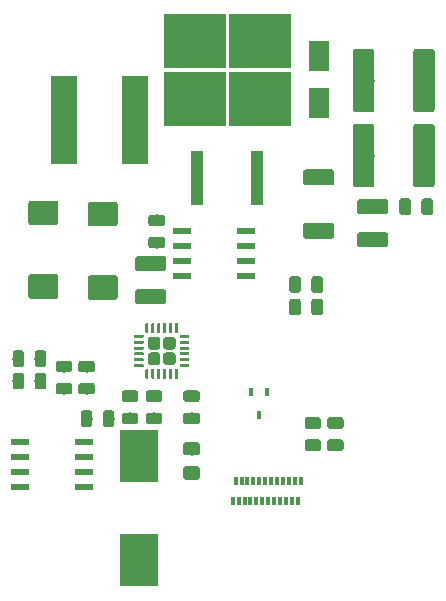
<source format=gtp>
G04 #@! TF.GenerationSoftware,KiCad,Pcbnew,(5.0.0)*
G04 #@! TF.CreationDate,2018-10-04T02:53:49+10:00*
G04 #@! TF.ProjectId,usbPdTo180vdc,7573625064546F3138307664632E6B69,1*
G04 #@! TF.SameCoordinates,Original*
G04 #@! TF.FileFunction,Paste,Top*
G04 #@! TF.FilePolarity,Positive*
%FSLAX46Y46*%
G04 Gerber Fmt 4.6, Leading zero omitted, Abs format (unit mm)*
G04 Created by KiCad (PCBNEW (5.0.0)) date 10/04/18 02:53:49*
%MOMM*%
%LPD*%
G01*
G04 APERTURE LIST*
%ADD10R,1.800000X2.500000*%
%ADD11R,3.300000X4.500000*%
%ADD12R,0.300000X0.700000*%
%ADD13C,0.100000*%
%ADD14C,0.975000*%
%ADD15C,1.150000*%
%ADD16C,2.075000*%
%ADD17C,1.800000*%
%ADD18R,0.450000X0.700000*%
%ADD19R,2.200000X7.500000*%
%ADD20C,1.250000*%
%ADD21C,1.350000*%
%ADD22R,1.100000X4.600000*%
%ADD23R,5.250000X4.550000*%
%ADD24C,0.250000*%
%ADD25C,1.050000*%
%ADD26R,1.550000X0.600000*%
G04 APERTURE END LIST*
D10*
G04 #@! TO.C,D1*
X140970000Y-78105000D03*
X140970000Y-74105000D03*
G04 #@! TD*
D11*
G04 #@! TO.C,D2*
X125762091Y-107999573D03*
X125762091Y-116799573D03*
G04 #@! TD*
D12*
G04 #@! TO.C,J1*
X133692091Y-111809573D03*
X134192091Y-111809573D03*
X134692091Y-111809573D03*
X135192091Y-111809573D03*
X135692091Y-111809573D03*
X136192091Y-111809573D03*
X136692091Y-111809573D03*
X137192091Y-111809573D03*
X137692091Y-111809573D03*
X138192091Y-111809573D03*
X138692091Y-111809573D03*
X139192091Y-111809573D03*
X138942091Y-110109573D03*
X137442091Y-110109573D03*
X137942091Y-110109573D03*
X138442091Y-110109573D03*
X139442091Y-110109573D03*
X136942091Y-110109573D03*
X136442091Y-110109573D03*
X135942091Y-110109573D03*
X135442091Y-110109573D03*
X134942091Y-110109573D03*
X134442091Y-110109573D03*
X133942091Y-110109573D03*
G04 #@! TD*
D13*
G04 #@! TO.C,C1*
G36*
X139235642Y-92773174D02*
X139259303Y-92776684D01*
X139282507Y-92782496D01*
X139305029Y-92790554D01*
X139326653Y-92800782D01*
X139347170Y-92813079D01*
X139366383Y-92827329D01*
X139384107Y-92843393D01*
X139400171Y-92861117D01*
X139414421Y-92880330D01*
X139426718Y-92900847D01*
X139436946Y-92922471D01*
X139445004Y-92944993D01*
X139450816Y-92968197D01*
X139454326Y-92991858D01*
X139455500Y-93015750D01*
X139455500Y-93928250D01*
X139454326Y-93952142D01*
X139450816Y-93975803D01*
X139445004Y-93999007D01*
X139436946Y-94021529D01*
X139426718Y-94043153D01*
X139414421Y-94063670D01*
X139400171Y-94082883D01*
X139384107Y-94100607D01*
X139366383Y-94116671D01*
X139347170Y-94130921D01*
X139326653Y-94143218D01*
X139305029Y-94153446D01*
X139282507Y-94161504D01*
X139259303Y-94167316D01*
X139235642Y-94170826D01*
X139211750Y-94172000D01*
X138724250Y-94172000D01*
X138700358Y-94170826D01*
X138676697Y-94167316D01*
X138653493Y-94161504D01*
X138630971Y-94153446D01*
X138609347Y-94143218D01*
X138588830Y-94130921D01*
X138569617Y-94116671D01*
X138551893Y-94100607D01*
X138535829Y-94082883D01*
X138521579Y-94063670D01*
X138509282Y-94043153D01*
X138499054Y-94021529D01*
X138490996Y-93999007D01*
X138485184Y-93975803D01*
X138481674Y-93952142D01*
X138480500Y-93928250D01*
X138480500Y-93015750D01*
X138481674Y-92991858D01*
X138485184Y-92968197D01*
X138490996Y-92944993D01*
X138499054Y-92922471D01*
X138509282Y-92900847D01*
X138521579Y-92880330D01*
X138535829Y-92861117D01*
X138551893Y-92843393D01*
X138569617Y-92827329D01*
X138588830Y-92813079D01*
X138609347Y-92800782D01*
X138630971Y-92790554D01*
X138653493Y-92782496D01*
X138676697Y-92776684D01*
X138700358Y-92773174D01*
X138724250Y-92772000D01*
X139211750Y-92772000D01*
X139235642Y-92773174D01*
X139235642Y-92773174D01*
G37*
D14*
X138968000Y-93472000D03*
D13*
G36*
X141110642Y-92773174D02*
X141134303Y-92776684D01*
X141157507Y-92782496D01*
X141180029Y-92790554D01*
X141201653Y-92800782D01*
X141222170Y-92813079D01*
X141241383Y-92827329D01*
X141259107Y-92843393D01*
X141275171Y-92861117D01*
X141289421Y-92880330D01*
X141301718Y-92900847D01*
X141311946Y-92922471D01*
X141320004Y-92944993D01*
X141325816Y-92968197D01*
X141329326Y-92991858D01*
X141330500Y-93015750D01*
X141330500Y-93928250D01*
X141329326Y-93952142D01*
X141325816Y-93975803D01*
X141320004Y-93999007D01*
X141311946Y-94021529D01*
X141301718Y-94043153D01*
X141289421Y-94063670D01*
X141275171Y-94082883D01*
X141259107Y-94100607D01*
X141241383Y-94116671D01*
X141222170Y-94130921D01*
X141201653Y-94143218D01*
X141180029Y-94153446D01*
X141157507Y-94161504D01*
X141134303Y-94167316D01*
X141110642Y-94170826D01*
X141086750Y-94172000D01*
X140599250Y-94172000D01*
X140575358Y-94170826D01*
X140551697Y-94167316D01*
X140528493Y-94161504D01*
X140505971Y-94153446D01*
X140484347Y-94143218D01*
X140463830Y-94130921D01*
X140444617Y-94116671D01*
X140426893Y-94100607D01*
X140410829Y-94082883D01*
X140396579Y-94063670D01*
X140384282Y-94043153D01*
X140374054Y-94021529D01*
X140365996Y-93999007D01*
X140360184Y-93975803D01*
X140356674Y-93952142D01*
X140355500Y-93928250D01*
X140355500Y-93015750D01*
X140356674Y-92991858D01*
X140360184Y-92968197D01*
X140365996Y-92944993D01*
X140374054Y-92922471D01*
X140384282Y-92900847D01*
X140396579Y-92880330D01*
X140410829Y-92861117D01*
X140426893Y-92843393D01*
X140444617Y-92827329D01*
X140463830Y-92813079D01*
X140484347Y-92800782D01*
X140505971Y-92790554D01*
X140528493Y-92782496D01*
X140551697Y-92776684D01*
X140575358Y-92773174D01*
X140599250Y-92772000D01*
X141086750Y-92772000D01*
X141110642Y-92773174D01*
X141110642Y-92773174D01*
G37*
D14*
X140843000Y-93472000D03*
G04 #@! TD*
D13*
G04 #@! TO.C,C2*
G36*
X130681596Y-108840777D02*
X130705864Y-108844377D01*
X130729663Y-108850338D01*
X130752762Y-108858603D01*
X130774941Y-108869093D01*
X130795984Y-108881705D01*
X130815690Y-108896320D01*
X130833868Y-108912796D01*
X130850344Y-108930974D01*
X130864959Y-108950680D01*
X130877571Y-108971723D01*
X130888061Y-108993902D01*
X130896326Y-109017001D01*
X130902287Y-109040800D01*
X130905887Y-109065068D01*
X130907091Y-109089572D01*
X130907091Y-109739574D01*
X130905887Y-109764078D01*
X130902287Y-109788346D01*
X130896326Y-109812145D01*
X130888061Y-109835244D01*
X130877571Y-109857423D01*
X130864959Y-109878466D01*
X130850344Y-109898172D01*
X130833868Y-109916350D01*
X130815690Y-109932826D01*
X130795984Y-109947441D01*
X130774941Y-109960053D01*
X130752762Y-109970543D01*
X130729663Y-109978808D01*
X130705864Y-109984769D01*
X130681596Y-109988369D01*
X130657092Y-109989573D01*
X129757090Y-109989573D01*
X129732586Y-109988369D01*
X129708318Y-109984769D01*
X129684519Y-109978808D01*
X129661420Y-109970543D01*
X129639241Y-109960053D01*
X129618198Y-109947441D01*
X129598492Y-109932826D01*
X129580314Y-109916350D01*
X129563838Y-109898172D01*
X129549223Y-109878466D01*
X129536611Y-109857423D01*
X129526121Y-109835244D01*
X129517856Y-109812145D01*
X129511895Y-109788346D01*
X129508295Y-109764078D01*
X129507091Y-109739574D01*
X129507091Y-109089572D01*
X129508295Y-109065068D01*
X129511895Y-109040800D01*
X129517856Y-109017001D01*
X129526121Y-108993902D01*
X129536611Y-108971723D01*
X129549223Y-108950680D01*
X129563838Y-108930974D01*
X129580314Y-108912796D01*
X129598492Y-108896320D01*
X129618198Y-108881705D01*
X129639241Y-108869093D01*
X129661420Y-108858603D01*
X129684519Y-108850338D01*
X129708318Y-108844377D01*
X129732586Y-108840777D01*
X129757090Y-108839573D01*
X130657092Y-108839573D01*
X130681596Y-108840777D01*
X130681596Y-108840777D01*
G37*
D15*
X130207091Y-109414573D03*
D13*
G36*
X130681596Y-106790777D02*
X130705864Y-106794377D01*
X130729663Y-106800338D01*
X130752762Y-106808603D01*
X130774941Y-106819093D01*
X130795984Y-106831705D01*
X130815690Y-106846320D01*
X130833868Y-106862796D01*
X130850344Y-106880974D01*
X130864959Y-106900680D01*
X130877571Y-106921723D01*
X130888061Y-106943902D01*
X130896326Y-106967001D01*
X130902287Y-106990800D01*
X130905887Y-107015068D01*
X130907091Y-107039572D01*
X130907091Y-107689574D01*
X130905887Y-107714078D01*
X130902287Y-107738346D01*
X130896326Y-107762145D01*
X130888061Y-107785244D01*
X130877571Y-107807423D01*
X130864959Y-107828466D01*
X130850344Y-107848172D01*
X130833868Y-107866350D01*
X130815690Y-107882826D01*
X130795984Y-107897441D01*
X130774941Y-107910053D01*
X130752762Y-107920543D01*
X130729663Y-107928808D01*
X130705864Y-107934769D01*
X130681596Y-107938369D01*
X130657092Y-107939573D01*
X129757090Y-107939573D01*
X129732586Y-107938369D01*
X129708318Y-107934769D01*
X129684519Y-107928808D01*
X129661420Y-107920543D01*
X129639241Y-107910053D01*
X129618198Y-107897441D01*
X129598492Y-107882826D01*
X129580314Y-107866350D01*
X129563838Y-107848172D01*
X129549223Y-107828466D01*
X129536611Y-107807423D01*
X129526121Y-107785244D01*
X129517856Y-107762145D01*
X129511895Y-107738346D01*
X129508295Y-107714078D01*
X129507091Y-107689574D01*
X129507091Y-107039572D01*
X129508295Y-107015068D01*
X129511895Y-106990800D01*
X129517856Y-106967001D01*
X129526121Y-106943902D01*
X129536611Y-106921723D01*
X129549223Y-106900680D01*
X129563838Y-106880974D01*
X129580314Y-106862796D01*
X129598492Y-106846320D01*
X129618198Y-106831705D01*
X129639241Y-106819093D01*
X129661420Y-106808603D01*
X129684519Y-106800338D01*
X129708318Y-106794377D01*
X129732586Y-106790777D01*
X129757090Y-106789573D01*
X130657092Y-106789573D01*
X130681596Y-106790777D01*
X130681596Y-106790777D01*
G37*
D15*
X130207091Y-107364573D03*
G04 #@! TD*
D13*
G04 #@! TO.C,C3*
G36*
X123731504Y-92689704D02*
X123755773Y-92693304D01*
X123779571Y-92699265D01*
X123802671Y-92707530D01*
X123824849Y-92718020D01*
X123845893Y-92730633D01*
X123865598Y-92745247D01*
X123883777Y-92761723D01*
X123900253Y-92779902D01*
X123914867Y-92799607D01*
X123927480Y-92820651D01*
X123937970Y-92842829D01*
X123946235Y-92865929D01*
X123952196Y-92889727D01*
X123955796Y-92913996D01*
X123957000Y-92938500D01*
X123957000Y-94513500D01*
X123955796Y-94538004D01*
X123952196Y-94562273D01*
X123946235Y-94586071D01*
X123937970Y-94609171D01*
X123927480Y-94631349D01*
X123914867Y-94652393D01*
X123900253Y-94672098D01*
X123883777Y-94690277D01*
X123865598Y-94706753D01*
X123845893Y-94721367D01*
X123824849Y-94733980D01*
X123802671Y-94744470D01*
X123779571Y-94752735D01*
X123755773Y-94758696D01*
X123731504Y-94762296D01*
X123707000Y-94763500D01*
X121657000Y-94763500D01*
X121632496Y-94762296D01*
X121608227Y-94758696D01*
X121584429Y-94752735D01*
X121561329Y-94744470D01*
X121539151Y-94733980D01*
X121518107Y-94721367D01*
X121498402Y-94706753D01*
X121480223Y-94690277D01*
X121463747Y-94672098D01*
X121449133Y-94652393D01*
X121436520Y-94631349D01*
X121426030Y-94609171D01*
X121417765Y-94586071D01*
X121411804Y-94562273D01*
X121408204Y-94538004D01*
X121407000Y-94513500D01*
X121407000Y-92938500D01*
X121408204Y-92913996D01*
X121411804Y-92889727D01*
X121417765Y-92865929D01*
X121426030Y-92842829D01*
X121436520Y-92820651D01*
X121449133Y-92799607D01*
X121463747Y-92779902D01*
X121480223Y-92761723D01*
X121498402Y-92745247D01*
X121518107Y-92730633D01*
X121539151Y-92718020D01*
X121561329Y-92707530D01*
X121584429Y-92699265D01*
X121608227Y-92693304D01*
X121632496Y-92689704D01*
X121657000Y-92688500D01*
X123707000Y-92688500D01*
X123731504Y-92689704D01*
X123731504Y-92689704D01*
G37*
D16*
X122682000Y-93726000D03*
D13*
G36*
X123731504Y-86464704D02*
X123755773Y-86468304D01*
X123779571Y-86474265D01*
X123802671Y-86482530D01*
X123824849Y-86493020D01*
X123845893Y-86505633D01*
X123865598Y-86520247D01*
X123883777Y-86536723D01*
X123900253Y-86554902D01*
X123914867Y-86574607D01*
X123927480Y-86595651D01*
X123937970Y-86617829D01*
X123946235Y-86640929D01*
X123952196Y-86664727D01*
X123955796Y-86688996D01*
X123957000Y-86713500D01*
X123957000Y-88288500D01*
X123955796Y-88313004D01*
X123952196Y-88337273D01*
X123946235Y-88361071D01*
X123937970Y-88384171D01*
X123927480Y-88406349D01*
X123914867Y-88427393D01*
X123900253Y-88447098D01*
X123883777Y-88465277D01*
X123865598Y-88481753D01*
X123845893Y-88496367D01*
X123824849Y-88508980D01*
X123802671Y-88519470D01*
X123779571Y-88527735D01*
X123755773Y-88533696D01*
X123731504Y-88537296D01*
X123707000Y-88538500D01*
X121657000Y-88538500D01*
X121632496Y-88537296D01*
X121608227Y-88533696D01*
X121584429Y-88527735D01*
X121561329Y-88519470D01*
X121539151Y-88508980D01*
X121518107Y-88496367D01*
X121498402Y-88481753D01*
X121480223Y-88465277D01*
X121463747Y-88447098D01*
X121449133Y-88427393D01*
X121436520Y-88406349D01*
X121426030Y-88384171D01*
X121417765Y-88361071D01*
X121411804Y-88337273D01*
X121408204Y-88313004D01*
X121407000Y-88288500D01*
X121407000Y-86713500D01*
X121408204Y-86688996D01*
X121411804Y-86664727D01*
X121417765Y-86640929D01*
X121426030Y-86617829D01*
X121436520Y-86595651D01*
X121449133Y-86574607D01*
X121463747Y-86554902D01*
X121480223Y-86536723D01*
X121498402Y-86520247D01*
X121518107Y-86505633D01*
X121539151Y-86493020D01*
X121561329Y-86482530D01*
X121584429Y-86474265D01*
X121608227Y-86468304D01*
X121632496Y-86464704D01*
X121657000Y-86463500D01*
X123707000Y-86463500D01*
X123731504Y-86464704D01*
X123731504Y-86464704D01*
G37*
D16*
X122682000Y-87501000D03*
G04 #@! TD*
D13*
G04 #@! TO.C,C4*
G36*
X118713611Y-86363719D02*
X118737880Y-86367319D01*
X118761678Y-86373280D01*
X118784778Y-86381545D01*
X118806956Y-86392035D01*
X118828000Y-86404648D01*
X118847705Y-86419262D01*
X118865884Y-86435738D01*
X118882360Y-86453917D01*
X118896974Y-86473622D01*
X118909587Y-86494666D01*
X118920077Y-86516844D01*
X118928342Y-86539944D01*
X118934303Y-86563742D01*
X118937903Y-86588011D01*
X118939107Y-86612515D01*
X118939107Y-88187515D01*
X118937903Y-88212019D01*
X118934303Y-88236288D01*
X118928342Y-88260086D01*
X118920077Y-88283186D01*
X118909587Y-88305364D01*
X118896974Y-88326408D01*
X118882360Y-88346113D01*
X118865884Y-88364292D01*
X118847705Y-88380768D01*
X118828000Y-88395382D01*
X118806956Y-88407995D01*
X118784778Y-88418485D01*
X118761678Y-88426750D01*
X118737880Y-88432711D01*
X118713611Y-88436311D01*
X118689107Y-88437515D01*
X116639107Y-88437515D01*
X116614603Y-88436311D01*
X116590334Y-88432711D01*
X116566536Y-88426750D01*
X116543436Y-88418485D01*
X116521258Y-88407995D01*
X116500214Y-88395382D01*
X116480509Y-88380768D01*
X116462330Y-88364292D01*
X116445854Y-88346113D01*
X116431240Y-88326408D01*
X116418627Y-88305364D01*
X116408137Y-88283186D01*
X116399872Y-88260086D01*
X116393911Y-88236288D01*
X116390311Y-88212019D01*
X116389107Y-88187515D01*
X116389107Y-86612515D01*
X116390311Y-86588011D01*
X116393911Y-86563742D01*
X116399872Y-86539944D01*
X116408137Y-86516844D01*
X116418627Y-86494666D01*
X116431240Y-86473622D01*
X116445854Y-86453917D01*
X116462330Y-86435738D01*
X116480509Y-86419262D01*
X116500214Y-86404648D01*
X116521258Y-86392035D01*
X116543436Y-86381545D01*
X116566536Y-86373280D01*
X116590334Y-86367319D01*
X116614603Y-86363719D01*
X116639107Y-86362515D01*
X118689107Y-86362515D01*
X118713611Y-86363719D01*
X118713611Y-86363719D01*
G37*
D16*
X117664107Y-87400015D03*
D13*
G36*
X118713611Y-92588719D02*
X118737880Y-92592319D01*
X118761678Y-92598280D01*
X118784778Y-92606545D01*
X118806956Y-92617035D01*
X118828000Y-92629648D01*
X118847705Y-92644262D01*
X118865884Y-92660738D01*
X118882360Y-92678917D01*
X118896974Y-92698622D01*
X118909587Y-92719666D01*
X118920077Y-92741844D01*
X118928342Y-92764944D01*
X118934303Y-92788742D01*
X118937903Y-92813011D01*
X118939107Y-92837515D01*
X118939107Y-94412515D01*
X118937903Y-94437019D01*
X118934303Y-94461288D01*
X118928342Y-94485086D01*
X118920077Y-94508186D01*
X118909587Y-94530364D01*
X118896974Y-94551408D01*
X118882360Y-94571113D01*
X118865884Y-94589292D01*
X118847705Y-94605768D01*
X118828000Y-94620382D01*
X118806956Y-94632995D01*
X118784778Y-94643485D01*
X118761678Y-94651750D01*
X118737880Y-94657711D01*
X118713611Y-94661311D01*
X118689107Y-94662515D01*
X116639107Y-94662515D01*
X116614603Y-94661311D01*
X116590334Y-94657711D01*
X116566536Y-94651750D01*
X116543436Y-94643485D01*
X116521258Y-94632995D01*
X116500214Y-94620382D01*
X116480509Y-94605768D01*
X116462330Y-94589292D01*
X116445854Y-94571113D01*
X116431240Y-94551408D01*
X116418627Y-94530364D01*
X116408137Y-94508186D01*
X116399872Y-94485086D01*
X116393911Y-94461288D01*
X116390311Y-94437019D01*
X116389107Y-94412515D01*
X116389107Y-92837515D01*
X116390311Y-92813011D01*
X116393911Y-92788742D01*
X116399872Y-92764944D01*
X116408137Y-92741844D01*
X116418627Y-92719666D01*
X116431240Y-92698622D01*
X116445854Y-92678917D01*
X116462330Y-92660738D01*
X116480509Y-92644262D01*
X116500214Y-92629648D01*
X116521258Y-92617035D01*
X116543436Y-92606545D01*
X116566536Y-92598280D01*
X116590334Y-92592319D01*
X116614603Y-92588719D01*
X116639107Y-92587515D01*
X118689107Y-92587515D01*
X118713611Y-92588719D01*
X118713611Y-92588719D01*
G37*
D16*
X117664107Y-93625015D03*
G04 #@! TD*
D13*
G04 #@! TO.C,C5*
G36*
X127734142Y-87554674D02*
X127757803Y-87558184D01*
X127781007Y-87563996D01*
X127803529Y-87572054D01*
X127825153Y-87582282D01*
X127845670Y-87594579D01*
X127864883Y-87608829D01*
X127882607Y-87624893D01*
X127898671Y-87642617D01*
X127912921Y-87661830D01*
X127925218Y-87682347D01*
X127935446Y-87703971D01*
X127943504Y-87726493D01*
X127949316Y-87749697D01*
X127952826Y-87773358D01*
X127954000Y-87797250D01*
X127954000Y-88284750D01*
X127952826Y-88308642D01*
X127949316Y-88332303D01*
X127943504Y-88355507D01*
X127935446Y-88378029D01*
X127925218Y-88399653D01*
X127912921Y-88420170D01*
X127898671Y-88439383D01*
X127882607Y-88457107D01*
X127864883Y-88473171D01*
X127845670Y-88487421D01*
X127825153Y-88499718D01*
X127803529Y-88509946D01*
X127781007Y-88518004D01*
X127757803Y-88523816D01*
X127734142Y-88527326D01*
X127710250Y-88528500D01*
X126797750Y-88528500D01*
X126773858Y-88527326D01*
X126750197Y-88523816D01*
X126726993Y-88518004D01*
X126704471Y-88509946D01*
X126682847Y-88499718D01*
X126662330Y-88487421D01*
X126643117Y-88473171D01*
X126625393Y-88457107D01*
X126609329Y-88439383D01*
X126595079Y-88420170D01*
X126582782Y-88399653D01*
X126572554Y-88378029D01*
X126564496Y-88355507D01*
X126558684Y-88332303D01*
X126555174Y-88308642D01*
X126554000Y-88284750D01*
X126554000Y-87797250D01*
X126555174Y-87773358D01*
X126558684Y-87749697D01*
X126564496Y-87726493D01*
X126572554Y-87703971D01*
X126582782Y-87682347D01*
X126595079Y-87661830D01*
X126609329Y-87642617D01*
X126625393Y-87624893D01*
X126643117Y-87608829D01*
X126662330Y-87594579D01*
X126682847Y-87582282D01*
X126704471Y-87572054D01*
X126726993Y-87563996D01*
X126750197Y-87558184D01*
X126773858Y-87554674D01*
X126797750Y-87553500D01*
X127710250Y-87553500D01*
X127734142Y-87554674D01*
X127734142Y-87554674D01*
G37*
D14*
X127254000Y-88041000D03*
D13*
G36*
X127734142Y-89429674D02*
X127757803Y-89433184D01*
X127781007Y-89438996D01*
X127803529Y-89447054D01*
X127825153Y-89457282D01*
X127845670Y-89469579D01*
X127864883Y-89483829D01*
X127882607Y-89499893D01*
X127898671Y-89517617D01*
X127912921Y-89536830D01*
X127925218Y-89557347D01*
X127935446Y-89578971D01*
X127943504Y-89601493D01*
X127949316Y-89624697D01*
X127952826Y-89648358D01*
X127954000Y-89672250D01*
X127954000Y-90159750D01*
X127952826Y-90183642D01*
X127949316Y-90207303D01*
X127943504Y-90230507D01*
X127935446Y-90253029D01*
X127925218Y-90274653D01*
X127912921Y-90295170D01*
X127898671Y-90314383D01*
X127882607Y-90332107D01*
X127864883Y-90348171D01*
X127845670Y-90362421D01*
X127825153Y-90374718D01*
X127803529Y-90384946D01*
X127781007Y-90393004D01*
X127757803Y-90398816D01*
X127734142Y-90402326D01*
X127710250Y-90403500D01*
X126797750Y-90403500D01*
X126773858Y-90402326D01*
X126750197Y-90398816D01*
X126726993Y-90393004D01*
X126704471Y-90384946D01*
X126682847Y-90374718D01*
X126662330Y-90362421D01*
X126643117Y-90348171D01*
X126625393Y-90332107D01*
X126609329Y-90314383D01*
X126595079Y-90295170D01*
X126582782Y-90274653D01*
X126572554Y-90253029D01*
X126564496Y-90230507D01*
X126558684Y-90207303D01*
X126555174Y-90183642D01*
X126554000Y-90159750D01*
X126554000Y-89672250D01*
X126555174Y-89648358D01*
X126558684Y-89624697D01*
X126564496Y-89601493D01*
X126572554Y-89578971D01*
X126582782Y-89557347D01*
X126595079Y-89536830D01*
X126609329Y-89517617D01*
X126625393Y-89499893D01*
X126643117Y-89483829D01*
X126662330Y-89469579D01*
X126682847Y-89457282D01*
X126704471Y-89447054D01*
X126726993Y-89438996D01*
X126750197Y-89433184D01*
X126773858Y-89429674D01*
X126797750Y-89428500D01*
X127710250Y-89428500D01*
X127734142Y-89429674D01*
X127734142Y-89429674D01*
G37*
D14*
X127254000Y-89916000D03*
G04 #@! TD*
D13*
G04 #@! TO.C,C6*
G36*
X130687233Y-102433247D02*
X130710894Y-102436757D01*
X130734098Y-102442569D01*
X130756620Y-102450627D01*
X130778244Y-102460855D01*
X130798761Y-102473152D01*
X130817974Y-102487402D01*
X130835698Y-102503466D01*
X130851762Y-102521190D01*
X130866012Y-102540403D01*
X130878309Y-102560920D01*
X130888537Y-102582544D01*
X130896595Y-102605066D01*
X130902407Y-102628270D01*
X130905917Y-102651931D01*
X130907091Y-102675823D01*
X130907091Y-103163323D01*
X130905917Y-103187215D01*
X130902407Y-103210876D01*
X130896595Y-103234080D01*
X130888537Y-103256602D01*
X130878309Y-103278226D01*
X130866012Y-103298743D01*
X130851762Y-103317956D01*
X130835698Y-103335680D01*
X130817974Y-103351744D01*
X130798761Y-103365994D01*
X130778244Y-103378291D01*
X130756620Y-103388519D01*
X130734098Y-103396577D01*
X130710894Y-103402389D01*
X130687233Y-103405899D01*
X130663341Y-103407073D01*
X129750841Y-103407073D01*
X129726949Y-103405899D01*
X129703288Y-103402389D01*
X129680084Y-103396577D01*
X129657562Y-103388519D01*
X129635938Y-103378291D01*
X129615421Y-103365994D01*
X129596208Y-103351744D01*
X129578484Y-103335680D01*
X129562420Y-103317956D01*
X129548170Y-103298743D01*
X129535873Y-103278226D01*
X129525645Y-103256602D01*
X129517587Y-103234080D01*
X129511775Y-103210876D01*
X129508265Y-103187215D01*
X129507091Y-103163323D01*
X129507091Y-102675823D01*
X129508265Y-102651931D01*
X129511775Y-102628270D01*
X129517587Y-102605066D01*
X129525645Y-102582544D01*
X129535873Y-102560920D01*
X129548170Y-102540403D01*
X129562420Y-102521190D01*
X129578484Y-102503466D01*
X129596208Y-102487402D01*
X129615421Y-102473152D01*
X129635938Y-102460855D01*
X129657562Y-102450627D01*
X129680084Y-102442569D01*
X129703288Y-102436757D01*
X129726949Y-102433247D01*
X129750841Y-102432073D01*
X130663341Y-102432073D01*
X130687233Y-102433247D01*
X130687233Y-102433247D01*
G37*
D14*
X130207091Y-102919573D03*
D13*
G36*
X130687233Y-104308247D02*
X130710894Y-104311757D01*
X130734098Y-104317569D01*
X130756620Y-104325627D01*
X130778244Y-104335855D01*
X130798761Y-104348152D01*
X130817974Y-104362402D01*
X130835698Y-104378466D01*
X130851762Y-104396190D01*
X130866012Y-104415403D01*
X130878309Y-104435920D01*
X130888537Y-104457544D01*
X130896595Y-104480066D01*
X130902407Y-104503270D01*
X130905917Y-104526931D01*
X130907091Y-104550823D01*
X130907091Y-105038323D01*
X130905917Y-105062215D01*
X130902407Y-105085876D01*
X130896595Y-105109080D01*
X130888537Y-105131602D01*
X130878309Y-105153226D01*
X130866012Y-105173743D01*
X130851762Y-105192956D01*
X130835698Y-105210680D01*
X130817974Y-105226744D01*
X130798761Y-105240994D01*
X130778244Y-105253291D01*
X130756620Y-105263519D01*
X130734098Y-105271577D01*
X130710894Y-105277389D01*
X130687233Y-105280899D01*
X130663341Y-105282073D01*
X129750841Y-105282073D01*
X129726949Y-105280899D01*
X129703288Y-105277389D01*
X129680084Y-105271577D01*
X129657562Y-105263519D01*
X129635938Y-105253291D01*
X129615421Y-105240994D01*
X129596208Y-105226744D01*
X129578484Y-105210680D01*
X129562420Y-105192956D01*
X129548170Y-105173743D01*
X129535873Y-105153226D01*
X129525645Y-105131602D01*
X129517587Y-105109080D01*
X129511775Y-105085876D01*
X129508265Y-105062215D01*
X129507091Y-105038323D01*
X129507091Y-104550823D01*
X129508265Y-104526931D01*
X129511775Y-104503270D01*
X129517587Y-104480066D01*
X129525645Y-104457544D01*
X129535873Y-104435920D01*
X129548170Y-104415403D01*
X129562420Y-104396190D01*
X129578484Y-104378466D01*
X129596208Y-104362402D01*
X129615421Y-104348152D01*
X129635938Y-104335855D01*
X129657562Y-104325627D01*
X129680084Y-104317569D01*
X129703288Y-104311757D01*
X129726949Y-104308247D01*
X129750841Y-104307073D01*
X130663341Y-104307073D01*
X130687233Y-104308247D01*
X130687233Y-104308247D01*
G37*
D14*
X130207091Y-104794573D03*
G04 #@! TD*
D13*
G04 #@! TO.C,C7*
G36*
X127512233Y-104308247D02*
X127535894Y-104311757D01*
X127559098Y-104317569D01*
X127581620Y-104325627D01*
X127603244Y-104335855D01*
X127623761Y-104348152D01*
X127642974Y-104362402D01*
X127660698Y-104378466D01*
X127676762Y-104396190D01*
X127691012Y-104415403D01*
X127703309Y-104435920D01*
X127713537Y-104457544D01*
X127721595Y-104480066D01*
X127727407Y-104503270D01*
X127730917Y-104526931D01*
X127732091Y-104550823D01*
X127732091Y-105038323D01*
X127730917Y-105062215D01*
X127727407Y-105085876D01*
X127721595Y-105109080D01*
X127713537Y-105131602D01*
X127703309Y-105153226D01*
X127691012Y-105173743D01*
X127676762Y-105192956D01*
X127660698Y-105210680D01*
X127642974Y-105226744D01*
X127623761Y-105240994D01*
X127603244Y-105253291D01*
X127581620Y-105263519D01*
X127559098Y-105271577D01*
X127535894Y-105277389D01*
X127512233Y-105280899D01*
X127488341Y-105282073D01*
X126575841Y-105282073D01*
X126551949Y-105280899D01*
X126528288Y-105277389D01*
X126505084Y-105271577D01*
X126482562Y-105263519D01*
X126460938Y-105253291D01*
X126440421Y-105240994D01*
X126421208Y-105226744D01*
X126403484Y-105210680D01*
X126387420Y-105192956D01*
X126373170Y-105173743D01*
X126360873Y-105153226D01*
X126350645Y-105131602D01*
X126342587Y-105109080D01*
X126336775Y-105085876D01*
X126333265Y-105062215D01*
X126332091Y-105038323D01*
X126332091Y-104550823D01*
X126333265Y-104526931D01*
X126336775Y-104503270D01*
X126342587Y-104480066D01*
X126350645Y-104457544D01*
X126360873Y-104435920D01*
X126373170Y-104415403D01*
X126387420Y-104396190D01*
X126403484Y-104378466D01*
X126421208Y-104362402D01*
X126440421Y-104348152D01*
X126460938Y-104335855D01*
X126482562Y-104325627D01*
X126505084Y-104317569D01*
X126528288Y-104311757D01*
X126551949Y-104308247D01*
X126575841Y-104307073D01*
X127488341Y-104307073D01*
X127512233Y-104308247D01*
X127512233Y-104308247D01*
G37*
D14*
X127032091Y-104794573D03*
D13*
G36*
X127512233Y-102433247D02*
X127535894Y-102436757D01*
X127559098Y-102442569D01*
X127581620Y-102450627D01*
X127603244Y-102460855D01*
X127623761Y-102473152D01*
X127642974Y-102487402D01*
X127660698Y-102503466D01*
X127676762Y-102521190D01*
X127691012Y-102540403D01*
X127703309Y-102560920D01*
X127713537Y-102582544D01*
X127721595Y-102605066D01*
X127727407Y-102628270D01*
X127730917Y-102651931D01*
X127732091Y-102675823D01*
X127732091Y-103163323D01*
X127730917Y-103187215D01*
X127727407Y-103210876D01*
X127721595Y-103234080D01*
X127713537Y-103256602D01*
X127703309Y-103278226D01*
X127691012Y-103298743D01*
X127676762Y-103317956D01*
X127660698Y-103335680D01*
X127642974Y-103351744D01*
X127623761Y-103365994D01*
X127603244Y-103378291D01*
X127581620Y-103388519D01*
X127559098Y-103396577D01*
X127535894Y-103402389D01*
X127512233Y-103405899D01*
X127488341Y-103407073D01*
X126575841Y-103407073D01*
X126551949Y-103405899D01*
X126528288Y-103402389D01*
X126505084Y-103396577D01*
X126482562Y-103388519D01*
X126460938Y-103378291D01*
X126440421Y-103365994D01*
X126421208Y-103351744D01*
X126403484Y-103335680D01*
X126387420Y-103317956D01*
X126373170Y-103298743D01*
X126360873Y-103278226D01*
X126350645Y-103256602D01*
X126342587Y-103234080D01*
X126336775Y-103210876D01*
X126333265Y-103187215D01*
X126332091Y-103163323D01*
X126332091Y-102675823D01*
X126333265Y-102651931D01*
X126336775Y-102628270D01*
X126342587Y-102605066D01*
X126350645Y-102582544D01*
X126360873Y-102560920D01*
X126373170Y-102540403D01*
X126387420Y-102521190D01*
X126403484Y-102503466D01*
X126421208Y-102487402D01*
X126440421Y-102473152D01*
X126460938Y-102460855D01*
X126482562Y-102450627D01*
X126505084Y-102442569D01*
X126528288Y-102436757D01*
X126551949Y-102433247D01*
X126575841Y-102432073D01*
X127488341Y-102432073D01*
X127512233Y-102433247D01*
X127512233Y-102433247D01*
G37*
D14*
X127032091Y-102919573D03*
G04 #@! TD*
D13*
G04 #@! TO.C,C8*
G36*
X145454504Y-79851204D02*
X145478773Y-79854804D01*
X145502571Y-79860765D01*
X145525671Y-79869030D01*
X145547849Y-79879520D01*
X145568893Y-79892133D01*
X145588598Y-79906747D01*
X145606777Y-79923223D01*
X145623253Y-79941402D01*
X145637867Y-79961107D01*
X145650480Y-79982151D01*
X145660970Y-80004329D01*
X145669235Y-80027429D01*
X145675196Y-80051227D01*
X145678796Y-80075496D01*
X145680000Y-80100000D01*
X145680000Y-85000000D01*
X145678796Y-85024504D01*
X145675196Y-85048773D01*
X145669235Y-85072571D01*
X145660970Y-85095671D01*
X145650480Y-85117849D01*
X145637867Y-85138893D01*
X145623253Y-85158598D01*
X145606777Y-85176777D01*
X145588598Y-85193253D01*
X145568893Y-85207867D01*
X145547849Y-85220480D01*
X145525671Y-85230970D01*
X145502571Y-85239235D01*
X145478773Y-85245196D01*
X145454504Y-85248796D01*
X145430000Y-85250000D01*
X144130000Y-85250000D01*
X144105496Y-85248796D01*
X144081227Y-85245196D01*
X144057429Y-85239235D01*
X144034329Y-85230970D01*
X144012151Y-85220480D01*
X143991107Y-85207867D01*
X143971402Y-85193253D01*
X143953223Y-85176777D01*
X143936747Y-85158598D01*
X143922133Y-85138893D01*
X143909520Y-85117849D01*
X143899030Y-85095671D01*
X143890765Y-85072571D01*
X143884804Y-85048773D01*
X143881204Y-85024504D01*
X143880000Y-85000000D01*
X143880000Y-80100000D01*
X143881204Y-80075496D01*
X143884804Y-80051227D01*
X143890765Y-80027429D01*
X143899030Y-80004329D01*
X143909520Y-79982151D01*
X143922133Y-79961107D01*
X143936747Y-79941402D01*
X143953223Y-79923223D01*
X143971402Y-79906747D01*
X143991107Y-79892133D01*
X144012151Y-79879520D01*
X144034329Y-79869030D01*
X144057429Y-79860765D01*
X144081227Y-79854804D01*
X144105496Y-79851204D01*
X144130000Y-79850000D01*
X145430000Y-79850000D01*
X145454504Y-79851204D01*
X145454504Y-79851204D01*
G37*
D17*
X144780000Y-82550000D03*
D13*
G36*
X150554504Y-79851204D02*
X150578773Y-79854804D01*
X150602571Y-79860765D01*
X150625671Y-79869030D01*
X150647849Y-79879520D01*
X150668893Y-79892133D01*
X150688598Y-79906747D01*
X150706777Y-79923223D01*
X150723253Y-79941402D01*
X150737867Y-79961107D01*
X150750480Y-79982151D01*
X150760970Y-80004329D01*
X150769235Y-80027429D01*
X150775196Y-80051227D01*
X150778796Y-80075496D01*
X150780000Y-80100000D01*
X150780000Y-85000000D01*
X150778796Y-85024504D01*
X150775196Y-85048773D01*
X150769235Y-85072571D01*
X150760970Y-85095671D01*
X150750480Y-85117849D01*
X150737867Y-85138893D01*
X150723253Y-85158598D01*
X150706777Y-85176777D01*
X150688598Y-85193253D01*
X150668893Y-85207867D01*
X150647849Y-85220480D01*
X150625671Y-85230970D01*
X150602571Y-85239235D01*
X150578773Y-85245196D01*
X150554504Y-85248796D01*
X150530000Y-85250000D01*
X149230000Y-85250000D01*
X149205496Y-85248796D01*
X149181227Y-85245196D01*
X149157429Y-85239235D01*
X149134329Y-85230970D01*
X149112151Y-85220480D01*
X149091107Y-85207867D01*
X149071402Y-85193253D01*
X149053223Y-85176777D01*
X149036747Y-85158598D01*
X149022133Y-85138893D01*
X149009520Y-85117849D01*
X148999030Y-85095671D01*
X148990765Y-85072571D01*
X148984804Y-85048773D01*
X148981204Y-85024504D01*
X148980000Y-85000000D01*
X148980000Y-80100000D01*
X148981204Y-80075496D01*
X148984804Y-80051227D01*
X148990765Y-80027429D01*
X148999030Y-80004329D01*
X149009520Y-79982151D01*
X149022133Y-79961107D01*
X149036747Y-79941402D01*
X149053223Y-79923223D01*
X149071402Y-79906747D01*
X149091107Y-79892133D01*
X149112151Y-79879520D01*
X149134329Y-79869030D01*
X149157429Y-79860765D01*
X149181227Y-79854804D01*
X149205496Y-79851204D01*
X149230000Y-79850000D01*
X150530000Y-79850000D01*
X150554504Y-79851204D01*
X150554504Y-79851204D01*
G37*
D17*
X149880000Y-82550000D03*
G04 #@! TD*
D13*
G04 #@! TO.C,C9*
G36*
X150430142Y-86169174D02*
X150453803Y-86172684D01*
X150477007Y-86178496D01*
X150499529Y-86186554D01*
X150521153Y-86196782D01*
X150541670Y-86209079D01*
X150560883Y-86223329D01*
X150578607Y-86239393D01*
X150594671Y-86257117D01*
X150608921Y-86276330D01*
X150621218Y-86296847D01*
X150631446Y-86318471D01*
X150639504Y-86340993D01*
X150645316Y-86364197D01*
X150648826Y-86387858D01*
X150650000Y-86411750D01*
X150650000Y-87324250D01*
X150648826Y-87348142D01*
X150645316Y-87371803D01*
X150639504Y-87395007D01*
X150631446Y-87417529D01*
X150621218Y-87439153D01*
X150608921Y-87459670D01*
X150594671Y-87478883D01*
X150578607Y-87496607D01*
X150560883Y-87512671D01*
X150541670Y-87526921D01*
X150521153Y-87539218D01*
X150499529Y-87549446D01*
X150477007Y-87557504D01*
X150453803Y-87563316D01*
X150430142Y-87566826D01*
X150406250Y-87568000D01*
X149918750Y-87568000D01*
X149894858Y-87566826D01*
X149871197Y-87563316D01*
X149847993Y-87557504D01*
X149825471Y-87549446D01*
X149803847Y-87539218D01*
X149783330Y-87526921D01*
X149764117Y-87512671D01*
X149746393Y-87496607D01*
X149730329Y-87478883D01*
X149716079Y-87459670D01*
X149703782Y-87439153D01*
X149693554Y-87417529D01*
X149685496Y-87395007D01*
X149679684Y-87371803D01*
X149676174Y-87348142D01*
X149675000Y-87324250D01*
X149675000Y-86411750D01*
X149676174Y-86387858D01*
X149679684Y-86364197D01*
X149685496Y-86340993D01*
X149693554Y-86318471D01*
X149703782Y-86296847D01*
X149716079Y-86276330D01*
X149730329Y-86257117D01*
X149746393Y-86239393D01*
X149764117Y-86223329D01*
X149783330Y-86209079D01*
X149803847Y-86196782D01*
X149825471Y-86186554D01*
X149847993Y-86178496D01*
X149871197Y-86172684D01*
X149894858Y-86169174D01*
X149918750Y-86168000D01*
X150406250Y-86168000D01*
X150430142Y-86169174D01*
X150430142Y-86169174D01*
G37*
D14*
X150162500Y-86868000D03*
D13*
G36*
X148555142Y-86169174D02*
X148578803Y-86172684D01*
X148602007Y-86178496D01*
X148624529Y-86186554D01*
X148646153Y-86196782D01*
X148666670Y-86209079D01*
X148685883Y-86223329D01*
X148703607Y-86239393D01*
X148719671Y-86257117D01*
X148733921Y-86276330D01*
X148746218Y-86296847D01*
X148756446Y-86318471D01*
X148764504Y-86340993D01*
X148770316Y-86364197D01*
X148773826Y-86387858D01*
X148775000Y-86411750D01*
X148775000Y-87324250D01*
X148773826Y-87348142D01*
X148770316Y-87371803D01*
X148764504Y-87395007D01*
X148756446Y-87417529D01*
X148746218Y-87439153D01*
X148733921Y-87459670D01*
X148719671Y-87478883D01*
X148703607Y-87496607D01*
X148685883Y-87512671D01*
X148666670Y-87526921D01*
X148646153Y-87539218D01*
X148624529Y-87549446D01*
X148602007Y-87557504D01*
X148578803Y-87563316D01*
X148555142Y-87566826D01*
X148531250Y-87568000D01*
X148043750Y-87568000D01*
X148019858Y-87566826D01*
X147996197Y-87563316D01*
X147972993Y-87557504D01*
X147950471Y-87549446D01*
X147928847Y-87539218D01*
X147908330Y-87526921D01*
X147889117Y-87512671D01*
X147871393Y-87496607D01*
X147855329Y-87478883D01*
X147841079Y-87459670D01*
X147828782Y-87439153D01*
X147818554Y-87417529D01*
X147810496Y-87395007D01*
X147804684Y-87371803D01*
X147801174Y-87348142D01*
X147800000Y-87324250D01*
X147800000Y-86411750D01*
X147801174Y-86387858D01*
X147804684Y-86364197D01*
X147810496Y-86340993D01*
X147818554Y-86318471D01*
X147828782Y-86296847D01*
X147841079Y-86276330D01*
X147855329Y-86257117D01*
X147871393Y-86239393D01*
X147889117Y-86223329D01*
X147908330Y-86209079D01*
X147928847Y-86196782D01*
X147950471Y-86186554D01*
X147972993Y-86178496D01*
X147996197Y-86172684D01*
X148019858Y-86169174D01*
X148043750Y-86168000D01*
X148531250Y-86168000D01*
X148555142Y-86169174D01*
X148555142Y-86169174D01*
G37*
D14*
X148287500Y-86868000D03*
G04 #@! TD*
D13*
G04 #@! TO.C,C10*
G36*
X115809733Y-100950747D02*
X115833394Y-100954257D01*
X115856598Y-100960069D01*
X115879120Y-100968127D01*
X115900744Y-100978355D01*
X115921261Y-100990652D01*
X115940474Y-101004902D01*
X115958198Y-101020966D01*
X115974262Y-101038690D01*
X115988512Y-101057903D01*
X116000809Y-101078420D01*
X116011037Y-101100044D01*
X116019095Y-101122566D01*
X116024907Y-101145770D01*
X116028417Y-101169431D01*
X116029591Y-101193323D01*
X116029591Y-102105823D01*
X116028417Y-102129715D01*
X116024907Y-102153376D01*
X116019095Y-102176580D01*
X116011037Y-102199102D01*
X116000809Y-102220726D01*
X115988512Y-102241243D01*
X115974262Y-102260456D01*
X115958198Y-102278180D01*
X115940474Y-102294244D01*
X115921261Y-102308494D01*
X115900744Y-102320791D01*
X115879120Y-102331019D01*
X115856598Y-102339077D01*
X115833394Y-102344889D01*
X115809733Y-102348399D01*
X115785841Y-102349573D01*
X115298341Y-102349573D01*
X115274449Y-102348399D01*
X115250788Y-102344889D01*
X115227584Y-102339077D01*
X115205062Y-102331019D01*
X115183438Y-102320791D01*
X115162921Y-102308494D01*
X115143708Y-102294244D01*
X115125984Y-102278180D01*
X115109920Y-102260456D01*
X115095670Y-102241243D01*
X115083373Y-102220726D01*
X115073145Y-102199102D01*
X115065087Y-102176580D01*
X115059275Y-102153376D01*
X115055765Y-102129715D01*
X115054591Y-102105823D01*
X115054591Y-101193323D01*
X115055765Y-101169431D01*
X115059275Y-101145770D01*
X115065087Y-101122566D01*
X115073145Y-101100044D01*
X115083373Y-101078420D01*
X115095670Y-101057903D01*
X115109920Y-101038690D01*
X115125984Y-101020966D01*
X115143708Y-101004902D01*
X115162921Y-100990652D01*
X115183438Y-100978355D01*
X115205062Y-100968127D01*
X115227584Y-100960069D01*
X115250788Y-100954257D01*
X115274449Y-100950747D01*
X115298341Y-100949573D01*
X115785841Y-100949573D01*
X115809733Y-100950747D01*
X115809733Y-100950747D01*
G37*
D14*
X115542091Y-101649573D03*
D13*
G36*
X117684733Y-100950747D02*
X117708394Y-100954257D01*
X117731598Y-100960069D01*
X117754120Y-100968127D01*
X117775744Y-100978355D01*
X117796261Y-100990652D01*
X117815474Y-101004902D01*
X117833198Y-101020966D01*
X117849262Y-101038690D01*
X117863512Y-101057903D01*
X117875809Y-101078420D01*
X117886037Y-101100044D01*
X117894095Y-101122566D01*
X117899907Y-101145770D01*
X117903417Y-101169431D01*
X117904591Y-101193323D01*
X117904591Y-102105823D01*
X117903417Y-102129715D01*
X117899907Y-102153376D01*
X117894095Y-102176580D01*
X117886037Y-102199102D01*
X117875809Y-102220726D01*
X117863512Y-102241243D01*
X117849262Y-102260456D01*
X117833198Y-102278180D01*
X117815474Y-102294244D01*
X117796261Y-102308494D01*
X117775744Y-102320791D01*
X117754120Y-102331019D01*
X117731598Y-102339077D01*
X117708394Y-102344889D01*
X117684733Y-102348399D01*
X117660841Y-102349573D01*
X117173341Y-102349573D01*
X117149449Y-102348399D01*
X117125788Y-102344889D01*
X117102584Y-102339077D01*
X117080062Y-102331019D01*
X117058438Y-102320791D01*
X117037921Y-102308494D01*
X117018708Y-102294244D01*
X117000984Y-102278180D01*
X116984920Y-102260456D01*
X116970670Y-102241243D01*
X116958373Y-102220726D01*
X116948145Y-102199102D01*
X116940087Y-102176580D01*
X116934275Y-102153376D01*
X116930765Y-102129715D01*
X116929591Y-102105823D01*
X116929591Y-101193323D01*
X116930765Y-101169431D01*
X116934275Y-101145770D01*
X116940087Y-101122566D01*
X116948145Y-101100044D01*
X116958373Y-101078420D01*
X116970670Y-101057903D01*
X116984920Y-101038690D01*
X117000984Y-101020966D01*
X117018708Y-101004902D01*
X117037921Y-100990652D01*
X117058438Y-100978355D01*
X117080062Y-100968127D01*
X117102584Y-100960069D01*
X117125788Y-100954257D01*
X117149449Y-100950747D01*
X117173341Y-100949573D01*
X117660841Y-100949573D01*
X117684733Y-100950747D01*
X117684733Y-100950747D01*
G37*
D14*
X117417091Y-101649573D03*
G04 #@! TD*
D13*
G04 #@! TO.C,C11*
G36*
X150554504Y-73501204D02*
X150578773Y-73504804D01*
X150602571Y-73510765D01*
X150625671Y-73519030D01*
X150647849Y-73529520D01*
X150668893Y-73542133D01*
X150688598Y-73556747D01*
X150706777Y-73573223D01*
X150723253Y-73591402D01*
X150737867Y-73611107D01*
X150750480Y-73632151D01*
X150760970Y-73654329D01*
X150769235Y-73677429D01*
X150775196Y-73701227D01*
X150778796Y-73725496D01*
X150780000Y-73750000D01*
X150780000Y-78650000D01*
X150778796Y-78674504D01*
X150775196Y-78698773D01*
X150769235Y-78722571D01*
X150760970Y-78745671D01*
X150750480Y-78767849D01*
X150737867Y-78788893D01*
X150723253Y-78808598D01*
X150706777Y-78826777D01*
X150688598Y-78843253D01*
X150668893Y-78857867D01*
X150647849Y-78870480D01*
X150625671Y-78880970D01*
X150602571Y-78889235D01*
X150578773Y-78895196D01*
X150554504Y-78898796D01*
X150530000Y-78900000D01*
X149230000Y-78900000D01*
X149205496Y-78898796D01*
X149181227Y-78895196D01*
X149157429Y-78889235D01*
X149134329Y-78880970D01*
X149112151Y-78870480D01*
X149091107Y-78857867D01*
X149071402Y-78843253D01*
X149053223Y-78826777D01*
X149036747Y-78808598D01*
X149022133Y-78788893D01*
X149009520Y-78767849D01*
X148999030Y-78745671D01*
X148990765Y-78722571D01*
X148984804Y-78698773D01*
X148981204Y-78674504D01*
X148980000Y-78650000D01*
X148980000Y-73750000D01*
X148981204Y-73725496D01*
X148984804Y-73701227D01*
X148990765Y-73677429D01*
X148999030Y-73654329D01*
X149009520Y-73632151D01*
X149022133Y-73611107D01*
X149036747Y-73591402D01*
X149053223Y-73573223D01*
X149071402Y-73556747D01*
X149091107Y-73542133D01*
X149112151Y-73529520D01*
X149134329Y-73519030D01*
X149157429Y-73510765D01*
X149181227Y-73504804D01*
X149205496Y-73501204D01*
X149230000Y-73500000D01*
X150530000Y-73500000D01*
X150554504Y-73501204D01*
X150554504Y-73501204D01*
G37*
D17*
X149880000Y-76200000D03*
D13*
G36*
X145454504Y-73501204D02*
X145478773Y-73504804D01*
X145502571Y-73510765D01*
X145525671Y-73519030D01*
X145547849Y-73529520D01*
X145568893Y-73542133D01*
X145588598Y-73556747D01*
X145606777Y-73573223D01*
X145623253Y-73591402D01*
X145637867Y-73611107D01*
X145650480Y-73632151D01*
X145660970Y-73654329D01*
X145669235Y-73677429D01*
X145675196Y-73701227D01*
X145678796Y-73725496D01*
X145680000Y-73750000D01*
X145680000Y-78650000D01*
X145678796Y-78674504D01*
X145675196Y-78698773D01*
X145669235Y-78722571D01*
X145660970Y-78745671D01*
X145650480Y-78767849D01*
X145637867Y-78788893D01*
X145623253Y-78808598D01*
X145606777Y-78826777D01*
X145588598Y-78843253D01*
X145568893Y-78857867D01*
X145547849Y-78870480D01*
X145525671Y-78880970D01*
X145502571Y-78889235D01*
X145478773Y-78895196D01*
X145454504Y-78898796D01*
X145430000Y-78900000D01*
X144130000Y-78900000D01*
X144105496Y-78898796D01*
X144081227Y-78895196D01*
X144057429Y-78889235D01*
X144034329Y-78880970D01*
X144012151Y-78870480D01*
X143991107Y-78857867D01*
X143971402Y-78843253D01*
X143953223Y-78826777D01*
X143936747Y-78808598D01*
X143922133Y-78788893D01*
X143909520Y-78767849D01*
X143899030Y-78745671D01*
X143890765Y-78722571D01*
X143884804Y-78698773D01*
X143881204Y-78674504D01*
X143880000Y-78650000D01*
X143880000Y-73750000D01*
X143881204Y-73725496D01*
X143884804Y-73701227D01*
X143890765Y-73677429D01*
X143899030Y-73654329D01*
X143909520Y-73632151D01*
X143922133Y-73611107D01*
X143936747Y-73591402D01*
X143953223Y-73573223D01*
X143971402Y-73556747D01*
X143991107Y-73542133D01*
X144012151Y-73529520D01*
X144034329Y-73519030D01*
X144057429Y-73510765D01*
X144081227Y-73504804D01*
X144105496Y-73501204D01*
X144130000Y-73500000D01*
X145430000Y-73500000D01*
X145454504Y-73501204D01*
X145454504Y-73501204D01*
G37*
D17*
X144780000Y-76200000D03*
G04 #@! TD*
D18*
G04 #@! TO.C,D3*
X135922091Y-104554573D03*
X135272091Y-102554573D03*
X136572091Y-102554573D03*
G04 #@! TD*
D19*
G04 #@! TO.C,L1*
X119390107Y-79526015D03*
X125390107Y-79526015D03*
G04 #@! TD*
D13*
G04 #@! TO.C,R1*
G36*
X146641504Y-86238204D02*
X146665773Y-86241804D01*
X146689571Y-86247765D01*
X146712671Y-86256030D01*
X146734849Y-86266520D01*
X146755893Y-86279133D01*
X146775598Y-86293747D01*
X146793777Y-86310223D01*
X146810253Y-86328402D01*
X146824867Y-86348107D01*
X146837480Y-86369151D01*
X146847970Y-86391329D01*
X146856235Y-86414429D01*
X146862196Y-86438227D01*
X146865796Y-86462496D01*
X146867000Y-86487000D01*
X146867000Y-87237000D01*
X146865796Y-87261504D01*
X146862196Y-87285773D01*
X146856235Y-87309571D01*
X146847970Y-87332671D01*
X146837480Y-87354849D01*
X146824867Y-87375893D01*
X146810253Y-87395598D01*
X146793777Y-87413777D01*
X146775598Y-87430253D01*
X146755893Y-87444867D01*
X146734849Y-87457480D01*
X146712671Y-87467970D01*
X146689571Y-87476235D01*
X146665773Y-87482196D01*
X146641504Y-87485796D01*
X146617000Y-87487000D01*
X144467000Y-87487000D01*
X144442496Y-87485796D01*
X144418227Y-87482196D01*
X144394429Y-87476235D01*
X144371329Y-87467970D01*
X144349151Y-87457480D01*
X144328107Y-87444867D01*
X144308402Y-87430253D01*
X144290223Y-87413777D01*
X144273747Y-87395598D01*
X144259133Y-87375893D01*
X144246520Y-87354849D01*
X144236030Y-87332671D01*
X144227765Y-87309571D01*
X144221804Y-87285773D01*
X144218204Y-87261504D01*
X144217000Y-87237000D01*
X144217000Y-86487000D01*
X144218204Y-86462496D01*
X144221804Y-86438227D01*
X144227765Y-86414429D01*
X144236030Y-86391329D01*
X144246520Y-86369151D01*
X144259133Y-86348107D01*
X144273747Y-86328402D01*
X144290223Y-86310223D01*
X144308402Y-86293747D01*
X144328107Y-86279133D01*
X144349151Y-86266520D01*
X144371329Y-86256030D01*
X144394429Y-86247765D01*
X144418227Y-86241804D01*
X144442496Y-86238204D01*
X144467000Y-86237000D01*
X146617000Y-86237000D01*
X146641504Y-86238204D01*
X146641504Y-86238204D01*
G37*
D20*
X145542000Y-86862000D03*
D13*
G36*
X146641504Y-89038204D02*
X146665773Y-89041804D01*
X146689571Y-89047765D01*
X146712671Y-89056030D01*
X146734849Y-89066520D01*
X146755893Y-89079133D01*
X146775598Y-89093747D01*
X146793777Y-89110223D01*
X146810253Y-89128402D01*
X146824867Y-89148107D01*
X146837480Y-89169151D01*
X146847970Y-89191329D01*
X146856235Y-89214429D01*
X146862196Y-89238227D01*
X146865796Y-89262496D01*
X146867000Y-89287000D01*
X146867000Y-90037000D01*
X146865796Y-90061504D01*
X146862196Y-90085773D01*
X146856235Y-90109571D01*
X146847970Y-90132671D01*
X146837480Y-90154849D01*
X146824867Y-90175893D01*
X146810253Y-90195598D01*
X146793777Y-90213777D01*
X146775598Y-90230253D01*
X146755893Y-90244867D01*
X146734849Y-90257480D01*
X146712671Y-90267970D01*
X146689571Y-90276235D01*
X146665773Y-90282196D01*
X146641504Y-90285796D01*
X146617000Y-90287000D01*
X144467000Y-90287000D01*
X144442496Y-90285796D01*
X144418227Y-90282196D01*
X144394429Y-90276235D01*
X144371329Y-90267970D01*
X144349151Y-90257480D01*
X144328107Y-90244867D01*
X144308402Y-90230253D01*
X144290223Y-90213777D01*
X144273747Y-90195598D01*
X144259133Y-90175893D01*
X144246520Y-90154849D01*
X144236030Y-90132671D01*
X144227765Y-90109571D01*
X144221804Y-90085773D01*
X144218204Y-90061504D01*
X144217000Y-90037000D01*
X144217000Y-89287000D01*
X144218204Y-89262496D01*
X144221804Y-89238227D01*
X144227765Y-89214429D01*
X144236030Y-89191329D01*
X144246520Y-89169151D01*
X144259133Y-89148107D01*
X144273747Y-89128402D01*
X144290223Y-89110223D01*
X144308402Y-89093747D01*
X144328107Y-89079133D01*
X144349151Y-89066520D01*
X144371329Y-89056030D01*
X144394429Y-89047765D01*
X144418227Y-89041804D01*
X144442496Y-89038204D01*
X144467000Y-89037000D01*
X146617000Y-89037000D01*
X146641504Y-89038204D01*
X146641504Y-89038204D01*
G37*
D20*
X145542000Y-89662000D03*
G04 #@! TD*
D13*
G04 #@! TO.C,R2*
G36*
X127845504Y-93864204D02*
X127869773Y-93867804D01*
X127893571Y-93873765D01*
X127916671Y-93882030D01*
X127938849Y-93892520D01*
X127959893Y-93905133D01*
X127979598Y-93919747D01*
X127997777Y-93936223D01*
X128014253Y-93954402D01*
X128028867Y-93974107D01*
X128041480Y-93995151D01*
X128051970Y-94017329D01*
X128060235Y-94040429D01*
X128066196Y-94064227D01*
X128069796Y-94088496D01*
X128071000Y-94113000D01*
X128071000Y-94863000D01*
X128069796Y-94887504D01*
X128066196Y-94911773D01*
X128060235Y-94935571D01*
X128051970Y-94958671D01*
X128041480Y-94980849D01*
X128028867Y-95001893D01*
X128014253Y-95021598D01*
X127997777Y-95039777D01*
X127979598Y-95056253D01*
X127959893Y-95070867D01*
X127938849Y-95083480D01*
X127916671Y-95093970D01*
X127893571Y-95102235D01*
X127869773Y-95108196D01*
X127845504Y-95111796D01*
X127821000Y-95113000D01*
X125671000Y-95113000D01*
X125646496Y-95111796D01*
X125622227Y-95108196D01*
X125598429Y-95102235D01*
X125575329Y-95093970D01*
X125553151Y-95083480D01*
X125532107Y-95070867D01*
X125512402Y-95056253D01*
X125494223Y-95039777D01*
X125477747Y-95021598D01*
X125463133Y-95001893D01*
X125450520Y-94980849D01*
X125440030Y-94958671D01*
X125431765Y-94935571D01*
X125425804Y-94911773D01*
X125422204Y-94887504D01*
X125421000Y-94863000D01*
X125421000Y-94113000D01*
X125422204Y-94088496D01*
X125425804Y-94064227D01*
X125431765Y-94040429D01*
X125440030Y-94017329D01*
X125450520Y-93995151D01*
X125463133Y-93974107D01*
X125477747Y-93954402D01*
X125494223Y-93936223D01*
X125512402Y-93919747D01*
X125532107Y-93905133D01*
X125553151Y-93892520D01*
X125575329Y-93882030D01*
X125598429Y-93873765D01*
X125622227Y-93867804D01*
X125646496Y-93864204D01*
X125671000Y-93863000D01*
X127821000Y-93863000D01*
X127845504Y-93864204D01*
X127845504Y-93864204D01*
G37*
D20*
X126746000Y-94488000D03*
D13*
G36*
X127845504Y-91064204D02*
X127869773Y-91067804D01*
X127893571Y-91073765D01*
X127916671Y-91082030D01*
X127938849Y-91092520D01*
X127959893Y-91105133D01*
X127979598Y-91119747D01*
X127997777Y-91136223D01*
X128014253Y-91154402D01*
X128028867Y-91174107D01*
X128041480Y-91195151D01*
X128051970Y-91217329D01*
X128060235Y-91240429D01*
X128066196Y-91264227D01*
X128069796Y-91288496D01*
X128071000Y-91313000D01*
X128071000Y-92063000D01*
X128069796Y-92087504D01*
X128066196Y-92111773D01*
X128060235Y-92135571D01*
X128051970Y-92158671D01*
X128041480Y-92180849D01*
X128028867Y-92201893D01*
X128014253Y-92221598D01*
X127997777Y-92239777D01*
X127979598Y-92256253D01*
X127959893Y-92270867D01*
X127938849Y-92283480D01*
X127916671Y-92293970D01*
X127893571Y-92302235D01*
X127869773Y-92308196D01*
X127845504Y-92311796D01*
X127821000Y-92313000D01*
X125671000Y-92313000D01*
X125646496Y-92311796D01*
X125622227Y-92308196D01*
X125598429Y-92302235D01*
X125575329Y-92293970D01*
X125553151Y-92283480D01*
X125532107Y-92270867D01*
X125512402Y-92256253D01*
X125494223Y-92239777D01*
X125477747Y-92221598D01*
X125463133Y-92201893D01*
X125450520Y-92180849D01*
X125440030Y-92158671D01*
X125431765Y-92135571D01*
X125425804Y-92111773D01*
X125422204Y-92087504D01*
X125421000Y-92063000D01*
X125421000Y-91313000D01*
X125422204Y-91288496D01*
X125425804Y-91264227D01*
X125431765Y-91240429D01*
X125440030Y-91217329D01*
X125450520Y-91195151D01*
X125463133Y-91174107D01*
X125477747Y-91154402D01*
X125494223Y-91136223D01*
X125512402Y-91119747D01*
X125532107Y-91105133D01*
X125553151Y-91092520D01*
X125575329Y-91082030D01*
X125598429Y-91073765D01*
X125622227Y-91067804D01*
X125646496Y-91064204D01*
X125671000Y-91063000D01*
X127821000Y-91063000D01*
X127845504Y-91064204D01*
X127845504Y-91064204D01*
G37*
D20*
X126746000Y-91688000D03*
G04 #@! TD*
D13*
G04 #@! TO.C,R3*
G36*
X125480233Y-104308247D02*
X125503894Y-104311757D01*
X125527098Y-104317569D01*
X125549620Y-104325627D01*
X125571244Y-104335855D01*
X125591761Y-104348152D01*
X125610974Y-104362402D01*
X125628698Y-104378466D01*
X125644762Y-104396190D01*
X125659012Y-104415403D01*
X125671309Y-104435920D01*
X125681537Y-104457544D01*
X125689595Y-104480066D01*
X125695407Y-104503270D01*
X125698917Y-104526931D01*
X125700091Y-104550823D01*
X125700091Y-105038323D01*
X125698917Y-105062215D01*
X125695407Y-105085876D01*
X125689595Y-105109080D01*
X125681537Y-105131602D01*
X125671309Y-105153226D01*
X125659012Y-105173743D01*
X125644762Y-105192956D01*
X125628698Y-105210680D01*
X125610974Y-105226744D01*
X125591761Y-105240994D01*
X125571244Y-105253291D01*
X125549620Y-105263519D01*
X125527098Y-105271577D01*
X125503894Y-105277389D01*
X125480233Y-105280899D01*
X125456341Y-105282073D01*
X124543841Y-105282073D01*
X124519949Y-105280899D01*
X124496288Y-105277389D01*
X124473084Y-105271577D01*
X124450562Y-105263519D01*
X124428938Y-105253291D01*
X124408421Y-105240994D01*
X124389208Y-105226744D01*
X124371484Y-105210680D01*
X124355420Y-105192956D01*
X124341170Y-105173743D01*
X124328873Y-105153226D01*
X124318645Y-105131602D01*
X124310587Y-105109080D01*
X124304775Y-105085876D01*
X124301265Y-105062215D01*
X124300091Y-105038323D01*
X124300091Y-104550823D01*
X124301265Y-104526931D01*
X124304775Y-104503270D01*
X124310587Y-104480066D01*
X124318645Y-104457544D01*
X124328873Y-104435920D01*
X124341170Y-104415403D01*
X124355420Y-104396190D01*
X124371484Y-104378466D01*
X124389208Y-104362402D01*
X124408421Y-104348152D01*
X124428938Y-104335855D01*
X124450562Y-104325627D01*
X124473084Y-104317569D01*
X124496288Y-104311757D01*
X124519949Y-104308247D01*
X124543841Y-104307073D01*
X125456341Y-104307073D01*
X125480233Y-104308247D01*
X125480233Y-104308247D01*
G37*
D14*
X125000091Y-104794573D03*
D13*
G36*
X125480233Y-102433247D02*
X125503894Y-102436757D01*
X125527098Y-102442569D01*
X125549620Y-102450627D01*
X125571244Y-102460855D01*
X125591761Y-102473152D01*
X125610974Y-102487402D01*
X125628698Y-102503466D01*
X125644762Y-102521190D01*
X125659012Y-102540403D01*
X125671309Y-102560920D01*
X125681537Y-102582544D01*
X125689595Y-102605066D01*
X125695407Y-102628270D01*
X125698917Y-102651931D01*
X125700091Y-102675823D01*
X125700091Y-103163323D01*
X125698917Y-103187215D01*
X125695407Y-103210876D01*
X125689595Y-103234080D01*
X125681537Y-103256602D01*
X125671309Y-103278226D01*
X125659012Y-103298743D01*
X125644762Y-103317956D01*
X125628698Y-103335680D01*
X125610974Y-103351744D01*
X125591761Y-103365994D01*
X125571244Y-103378291D01*
X125549620Y-103388519D01*
X125527098Y-103396577D01*
X125503894Y-103402389D01*
X125480233Y-103405899D01*
X125456341Y-103407073D01*
X124543841Y-103407073D01*
X124519949Y-103405899D01*
X124496288Y-103402389D01*
X124473084Y-103396577D01*
X124450562Y-103388519D01*
X124428938Y-103378291D01*
X124408421Y-103365994D01*
X124389208Y-103351744D01*
X124371484Y-103335680D01*
X124355420Y-103317956D01*
X124341170Y-103298743D01*
X124328873Y-103278226D01*
X124318645Y-103256602D01*
X124310587Y-103234080D01*
X124304775Y-103210876D01*
X124301265Y-103187215D01*
X124300091Y-103163323D01*
X124300091Y-102675823D01*
X124301265Y-102651931D01*
X124304775Y-102628270D01*
X124310587Y-102605066D01*
X124318645Y-102582544D01*
X124328873Y-102560920D01*
X124341170Y-102540403D01*
X124355420Y-102521190D01*
X124371484Y-102503466D01*
X124389208Y-102487402D01*
X124408421Y-102473152D01*
X124428938Y-102460855D01*
X124450562Y-102450627D01*
X124473084Y-102442569D01*
X124496288Y-102436757D01*
X124519949Y-102433247D01*
X124543841Y-102432073D01*
X125456341Y-102432073D01*
X125480233Y-102433247D01*
X125480233Y-102433247D01*
G37*
D14*
X125000091Y-102919573D03*
G04 #@! TD*
D13*
G04 #@! TO.C,R4*
G36*
X123459733Y-104125747D02*
X123483394Y-104129257D01*
X123506598Y-104135069D01*
X123529120Y-104143127D01*
X123550744Y-104153355D01*
X123571261Y-104165652D01*
X123590474Y-104179902D01*
X123608198Y-104195966D01*
X123624262Y-104213690D01*
X123638512Y-104232903D01*
X123650809Y-104253420D01*
X123661037Y-104275044D01*
X123669095Y-104297566D01*
X123674907Y-104320770D01*
X123678417Y-104344431D01*
X123679591Y-104368323D01*
X123679591Y-105280823D01*
X123678417Y-105304715D01*
X123674907Y-105328376D01*
X123669095Y-105351580D01*
X123661037Y-105374102D01*
X123650809Y-105395726D01*
X123638512Y-105416243D01*
X123624262Y-105435456D01*
X123608198Y-105453180D01*
X123590474Y-105469244D01*
X123571261Y-105483494D01*
X123550744Y-105495791D01*
X123529120Y-105506019D01*
X123506598Y-105514077D01*
X123483394Y-105519889D01*
X123459733Y-105523399D01*
X123435841Y-105524573D01*
X122948341Y-105524573D01*
X122924449Y-105523399D01*
X122900788Y-105519889D01*
X122877584Y-105514077D01*
X122855062Y-105506019D01*
X122833438Y-105495791D01*
X122812921Y-105483494D01*
X122793708Y-105469244D01*
X122775984Y-105453180D01*
X122759920Y-105435456D01*
X122745670Y-105416243D01*
X122733373Y-105395726D01*
X122723145Y-105374102D01*
X122715087Y-105351580D01*
X122709275Y-105328376D01*
X122705765Y-105304715D01*
X122704591Y-105280823D01*
X122704591Y-104368323D01*
X122705765Y-104344431D01*
X122709275Y-104320770D01*
X122715087Y-104297566D01*
X122723145Y-104275044D01*
X122733373Y-104253420D01*
X122745670Y-104232903D01*
X122759920Y-104213690D01*
X122775984Y-104195966D01*
X122793708Y-104179902D01*
X122812921Y-104165652D01*
X122833438Y-104153355D01*
X122855062Y-104143127D01*
X122877584Y-104135069D01*
X122900788Y-104129257D01*
X122924449Y-104125747D01*
X122948341Y-104124573D01*
X123435841Y-104124573D01*
X123459733Y-104125747D01*
X123459733Y-104125747D01*
G37*
D14*
X123192091Y-104824573D03*
D13*
G36*
X121584733Y-104125747D02*
X121608394Y-104129257D01*
X121631598Y-104135069D01*
X121654120Y-104143127D01*
X121675744Y-104153355D01*
X121696261Y-104165652D01*
X121715474Y-104179902D01*
X121733198Y-104195966D01*
X121749262Y-104213690D01*
X121763512Y-104232903D01*
X121775809Y-104253420D01*
X121786037Y-104275044D01*
X121794095Y-104297566D01*
X121799907Y-104320770D01*
X121803417Y-104344431D01*
X121804591Y-104368323D01*
X121804591Y-105280823D01*
X121803417Y-105304715D01*
X121799907Y-105328376D01*
X121794095Y-105351580D01*
X121786037Y-105374102D01*
X121775809Y-105395726D01*
X121763512Y-105416243D01*
X121749262Y-105435456D01*
X121733198Y-105453180D01*
X121715474Y-105469244D01*
X121696261Y-105483494D01*
X121675744Y-105495791D01*
X121654120Y-105506019D01*
X121631598Y-105514077D01*
X121608394Y-105519889D01*
X121584733Y-105523399D01*
X121560841Y-105524573D01*
X121073341Y-105524573D01*
X121049449Y-105523399D01*
X121025788Y-105519889D01*
X121002584Y-105514077D01*
X120980062Y-105506019D01*
X120958438Y-105495791D01*
X120937921Y-105483494D01*
X120918708Y-105469244D01*
X120900984Y-105453180D01*
X120884920Y-105435456D01*
X120870670Y-105416243D01*
X120858373Y-105395726D01*
X120848145Y-105374102D01*
X120840087Y-105351580D01*
X120834275Y-105328376D01*
X120830765Y-105304715D01*
X120829591Y-105280823D01*
X120829591Y-104368323D01*
X120830765Y-104344431D01*
X120834275Y-104320770D01*
X120840087Y-104297566D01*
X120848145Y-104275044D01*
X120858373Y-104253420D01*
X120870670Y-104232903D01*
X120884920Y-104213690D01*
X120900984Y-104195966D01*
X120918708Y-104179902D01*
X120937921Y-104165652D01*
X120958438Y-104153355D01*
X120980062Y-104143127D01*
X121002584Y-104135069D01*
X121025788Y-104129257D01*
X121049449Y-104125747D01*
X121073341Y-104124573D01*
X121560841Y-104124573D01*
X121584733Y-104125747D01*
X121584733Y-104125747D01*
G37*
D14*
X121317091Y-104824573D03*
G04 #@! TD*
D13*
G04 #@! TO.C,R5*
G36*
X121797233Y-99923247D02*
X121820894Y-99926757D01*
X121844098Y-99932569D01*
X121866620Y-99940627D01*
X121888244Y-99950855D01*
X121908761Y-99963152D01*
X121927974Y-99977402D01*
X121945698Y-99993466D01*
X121961762Y-100011190D01*
X121976012Y-100030403D01*
X121988309Y-100050920D01*
X121998537Y-100072544D01*
X122006595Y-100095066D01*
X122012407Y-100118270D01*
X122015917Y-100141931D01*
X122017091Y-100165823D01*
X122017091Y-100653323D01*
X122015917Y-100677215D01*
X122012407Y-100700876D01*
X122006595Y-100724080D01*
X121998537Y-100746602D01*
X121988309Y-100768226D01*
X121976012Y-100788743D01*
X121961762Y-100807956D01*
X121945698Y-100825680D01*
X121927974Y-100841744D01*
X121908761Y-100855994D01*
X121888244Y-100868291D01*
X121866620Y-100878519D01*
X121844098Y-100886577D01*
X121820894Y-100892389D01*
X121797233Y-100895899D01*
X121773341Y-100897073D01*
X120860841Y-100897073D01*
X120836949Y-100895899D01*
X120813288Y-100892389D01*
X120790084Y-100886577D01*
X120767562Y-100878519D01*
X120745938Y-100868291D01*
X120725421Y-100855994D01*
X120706208Y-100841744D01*
X120688484Y-100825680D01*
X120672420Y-100807956D01*
X120658170Y-100788743D01*
X120645873Y-100768226D01*
X120635645Y-100746602D01*
X120627587Y-100724080D01*
X120621775Y-100700876D01*
X120618265Y-100677215D01*
X120617091Y-100653323D01*
X120617091Y-100165823D01*
X120618265Y-100141931D01*
X120621775Y-100118270D01*
X120627587Y-100095066D01*
X120635645Y-100072544D01*
X120645873Y-100050920D01*
X120658170Y-100030403D01*
X120672420Y-100011190D01*
X120688484Y-99993466D01*
X120706208Y-99977402D01*
X120725421Y-99963152D01*
X120745938Y-99950855D01*
X120767562Y-99940627D01*
X120790084Y-99932569D01*
X120813288Y-99926757D01*
X120836949Y-99923247D01*
X120860841Y-99922073D01*
X121773341Y-99922073D01*
X121797233Y-99923247D01*
X121797233Y-99923247D01*
G37*
D14*
X121317091Y-100409573D03*
D13*
G36*
X121797233Y-101798247D02*
X121820894Y-101801757D01*
X121844098Y-101807569D01*
X121866620Y-101815627D01*
X121888244Y-101825855D01*
X121908761Y-101838152D01*
X121927974Y-101852402D01*
X121945698Y-101868466D01*
X121961762Y-101886190D01*
X121976012Y-101905403D01*
X121988309Y-101925920D01*
X121998537Y-101947544D01*
X122006595Y-101970066D01*
X122012407Y-101993270D01*
X122015917Y-102016931D01*
X122017091Y-102040823D01*
X122017091Y-102528323D01*
X122015917Y-102552215D01*
X122012407Y-102575876D01*
X122006595Y-102599080D01*
X121998537Y-102621602D01*
X121988309Y-102643226D01*
X121976012Y-102663743D01*
X121961762Y-102682956D01*
X121945698Y-102700680D01*
X121927974Y-102716744D01*
X121908761Y-102730994D01*
X121888244Y-102743291D01*
X121866620Y-102753519D01*
X121844098Y-102761577D01*
X121820894Y-102767389D01*
X121797233Y-102770899D01*
X121773341Y-102772073D01*
X120860841Y-102772073D01*
X120836949Y-102770899D01*
X120813288Y-102767389D01*
X120790084Y-102761577D01*
X120767562Y-102753519D01*
X120745938Y-102743291D01*
X120725421Y-102730994D01*
X120706208Y-102716744D01*
X120688484Y-102700680D01*
X120672420Y-102682956D01*
X120658170Y-102663743D01*
X120645873Y-102643226D01*
X120635645Y-102621602D01*
X120627587Y-102599080D01*
X120621775Y-102575876D01*
X120618265Y-102552215D01*
X120617091Y-102528323D01*
X120617091Y-102040823D01*
X120618265Y-102016931D01*
X120621775Y-101993270D01*
X120627587Y-101970066D01*
X120635645Y-101947544D01*
X120645873Y-101925920D01*
X120658170Y-101905403D01*
X120672420Y-101886190D01*
X120688484Y-101868466D01*
X120706208Y-101852402D01*
X120725421Y-101838152D01*
X120745938Y-101825855D01*
X120767562Y-101815627D01*
X120790084Y-101807569D01*
X120813288Y-101801757D01*
X120836949Y-101798247D01*
X120860841Y-101797073D01*
X121773341Y-101797073D01*
X121797233Y-101798247D01*
X121797233Y-101798247D01*
G37*
D14*
X121317091Y-102284573D03*
G04 #@! TD*
D13*
G04 #@! TO.C,R6*
G36*
X142863401Y-104705141D02*
X142887062Y-104708651D01*
X142910266Y-104714463D01*
X142932788Y-104722521D01*
X142954412Y-104732749D01*
X142974929Y-104745046D01*
X142994142Y-104759296D01*
X143011866Y-104775360D01*
X143027930Y-104793084D01*
X143042180Y-104812297D01*
X143054477Y-104832814D01*
X143064705Y-104854438D01*
X143072763Y-104876960D01*
X143078575Y-104900164D01*
X143082085Y-104923825D01*
X143083259Y-104947717D01*
X143083259Y-105435217D01*
X143082085Y-105459109D01*
X143078575Y-105482770D01*
X143072763Y-105505974D01*
X143064705Y-105528496D01*
X143054477Y-105550120D01*
X143042180Y-105570637D01*
X143027930Y-105589850D01*
X143011866Y-105607574D01*
X142994142Y-105623638D01*
X142974929Y-105637888D01*
X142954412Y-105650185D01*
X142932788Y-105660413D01*
X142910266Y-105668471D01*
X142887062Y-105674283D01*
X142863401Y-105677793D01*
X142839509Y-105678967D01*
X141927009Y-105678967D01*
X141903117Y-105677793D01*
X141879456Y-105674283D01*
X141856252Y-105668471D01*
X141833730Y-105660413D01*
X141812106Y-105650185D01*
X141791589Y-105637888D01*
X141772376Y-105623638D01*
X141754652Y-105607574D01*
X141738588Y-105589850D01*
X141724338Y-105570637D01*
X141712041Y-105550120D01*
X141701813Y-105528496D01*
X141693755Y-105505974D01*
X141687943Y-105482770D01*
X141684433Y-105459109D01*
X141683259Y-105435217D01*
X141683259Y-104947717D01*
X141684433Y-104923825D01*
X141687943Y-104900164D01*
X141693755Y-104876960D01*
X141701813Y-104854438D01*
X141712041Y-104832814D01*
X141724338Y-104812297D01*
X141738588Y-104793084D01*
X141754652Y-104775360D01*
X141772376Y-104759296D01*
X141791589Y-104745046D01*
X141812106Y-104732749D01*
X141833730Y-104722521D01*
X141856252Y-104714463D01*
X141879456Y-104708651D01*
X141903117Y-104705141D01*
X141927009Y-104703967D01*
X142839509Y-104703967D01*
X142863401Y-104705141D01*
X142863401Y-104705141D01*
G37*
D14*
X142383259Y-105191467D03*
D13*
G36*
X142863401Y-106580141D02*
X142887062Y-106583651D01*
X142910266Y-106589463D01*
X142932788Y-106597521D01*
X142954412Y-106607749D01*
X142974929Y-106620046D01*
X142994142Y-106634296D01*
X143011866Y-106650360D01*
X143027930Y-106668084D01*
X143042180Y-106687297D01*
X143054477Y-106707814D01*
X143064705Y-106729438D01*
X143072763Y-106751960D01*
X143078575Y-106775164D01*
X143082085Y-106798825D01*
X143083259Y-106822717D01*
X143083259Y-107310217D01*
X143082085Y-107334109D01*
X143078575Y-107357770D01*
X143072763Y-107380974D01*
X143064705Y-107403496D01*
X143054477Y-107425120D01*
X143042180Y-107445637D01*
X143027930Y-107464850D01*
X143011866Y-107482574D01*
X142994142Y-107498638D01*
X142974929Y-107512888D01*
X142954412Y-107525185D01*
X142932788Y-107535413D01*
X142910266Y-107543471D01*
X142887062Y-107549283D01*
X142863401Y-107552793D01*
X142839509Y-107553967D01*
X141927009Y-107553967D01*
X141903117Y-107552793D01*
X141879456Y-107549283D01*
X141856252Y-107543471D01*
X141833730Y-107535413D01*
X141812106Y-107525185D01*
X141791589Y-107512888D01*
X141772376Y-107498638D01*
X141754652Y-107482574D01*
X141738588Y-107464850D01*
X141724338Y-107445637D01*
X141712041Y-107425120D01*
X141701813Y-107403496D01*
X141693755Y-107380974D01*
X141687943Y-107357770D01*
X141684433Y-107334109D01*
X141683259Y-107310217D01*
X141683259Y-106822717D01*
X141684433Y-106798825D01*
X141687943Y-106775164D01*
X141693755Y-106751960D01*
X141701813Y-106729438D01*
X141712041Y-106707814D01*
X141724338Y-106687297D01*
X141738588Y-106668084D01*
X141754652Y-106650360D01*
X141772376Y-106634296D01*
X141791589Y-106620046D01*
X141812106Y-106607749D01*
X141833730Y-106597521D01*
X141856252Y-106589463D01*
X141879456Y-106583651D01*
X141903117Y-106580141D01*
X141927009Y-106578967D01*
X142839509Y-106578967D01*
X142863401Y-106580141D01*
X142863401Y-106580141D01*
G37*
D14*
X142383259Y-107066467D03*
G04 #@! TD*
D13*
G04 #@! TO.C,R7*
G36*
X119892233Y-101798247D02*
X119915894Y-101801757D01*
X119939098Y-101807569D01*
X119961620Y-101815627D01*
X119983244Y-101825855D01*
X120003761Y-101838152D01*
X120022974Y-101852402D01*
X120040698Y-101868466D01*
X120056762Y-101886190D01*
X120071012Y-101905403D01*
X120083309Y-101925920D01*
X120093537Y-101947544D01*
X120101595Y-101970066D01*
X120107407Y-101993270D01*
X120110917Y-102016931D01*
X120112091Y-102040823D01*
X120112091Y-102528323D01*
X120110917Y-102552215D01*
X120107407Y-102575876D01*
X120101595Y-102599080D01*
X120093537Y-102621602D01*
X120083309Y-102643226D01*
X120071012Y-102663743D01*
X120056762Y-102682956D01*
X120040698Y-102700680D01*
X120022974Y-102716744D01*
X120003761Y-102730994D01*
X119983244Y-102743291D01*
X119961620Y-102753519D01*
X119939098Y-102761577D01*
X119915894Y-102767389D01*
X119892233Y-102770899D01*
X119868341Y-102772073D01*
X118955841Y-102772073D01*
X118931949Y-102770899D01*
X118908288Y-102767389D01*
X118885084Y-102761577D01*
X118862562Y-102753519D01*
X118840938Y-102743291D01*
X118820421Y-102730994D01*
X118801208Y-102716744D01*
X118783484Y-102700680D01*
X118767420Y-102682956D01*
X118753170Y-102663743D01*
X118740873Y-102643226D01*
X118730645Y-102621602D01*
X118722587Y-102599080D01*
X118716775Y-102575876D01*
X118713265Y-102552215D01*
X118712091Y-102528323D01*
X118712091Y-102040823D01*
X118713265Y-102016931D01*
X118716775Y-101993270D01*
X118722587Y-101970066D01*
X118730645Y-101947544D01*
X118740873Y-101925920D01*
X118753170Y-101905403D01*
X118767420Y-101886190D01*
X118783484Y-101868466D01*
X118801208Y-101852402D01*
X118820421Y-101838152D01*
X118840938Y-101825855D01*
X118862562Y-101815627D01*
X118885084Y-101807569D01*
X118908288Y-101801757D01*
X118931949Y-101798247D01*
X118955841Y-101797073D01*
X119868341Y-101797073D01*
X119892233Y-101798247D01*
X119892233Y-101798247D01*
G37*
D14*
X119412091Y-102284573D03*
D13*
G36*
X119892233Y-99923247D02*
X119915894Y-99926757D01*
X119939098Y-99932569D01*
X119961620Y-99940627D01*
X119983244Y-99950855D01*
X120003761Y-99963152D01*
X120022974Y-99977402D01*
X120040698Y-99993466D01*
X120056762Y-100011190D01*
X120071012Y-100030403D01*
X120083309Y-100050920D01*
X120093537Y-100072544D01*
X120101595Y-100095066D01*
X120107407Y-100118270D01*
X120110917Y-100141931D01*
X120112091Y-100165823D01*
X120112091Y-100653323D01*
X120110917Y-100677215D01*
X120107407Y-100700876D01*
X120101595Y-100724080D01*
X120093537Y-100746602D01*
X120083309Y-100768226D01*
X120071012Y-100788743D01*
X120056762Y-100807956D01*
X120040698Y-100825680D01*
X120022974Y-100841744D01*
X120003761Y-100855994D01*
X119983244Y-100868291D01*
X119961620Y-100878519D01*
X119939098Y-100886577D01*
X119915894Y-100892389D01*
X119892233Y-100895899D01*
X119868341Y-100897073D01*
X118955841Y-100897073D01*
X118931949Y-100895899D01*
X118908288Y-100892389D01*
X118885084Y-100886577D01*
X118862562Y-100878519D01*
X118840938Y-100868291D01*
X118820421Y-100855994D01*
X118801208Y-100841744D01*
X118783484Y-100825680D01*
X118767420Y-100807956D01*
X118753170Y-100788743D01*
X118740873Y-100768226D01*
X118730645Y-100746602D01*
X118722587Y-100724080D01*
X118716775Y-100700876D01*
X118713265Y-100677215D01*
X118712091Y-100653323D01*
X118712091Y-100165823D01*
X118713265Y-100141931D01*
X118716775Y-100118270D01*
X118722587Y-100095066D01*
X118730645Y-100072544D01*
X118740873Y-100050920D01*
X118753170Y-100030403D01*
X118767420Y-100011190D01*
X118783484Y-99993466D01*
X118801208Y-99977402D01*
X118820421Y-99963152D01*
X118840938Y-99950855D01*
X118862562Y-99940627D01*
X118885084Y-99932569D01*
X118908288Y-99926757D01*
X118931949Y-99923247D01*
X118955841Y-99922073D01*
X119868341Y-99922073D01*
X119892233Y-99923247D01*
X119892233Y-99923247D01*
G37*
D14*
X119412091Y-100409573D03*
G04 #@! TD*
D13*
G04 #@! TO.C,R8*
G36*
X140958401Y-104705141D02*
X140982062Y-104708651D01*
X141005266Y-104714463D01*
X141027788Y-104722521D01*
X141049412Y-104732749D01*
X141069929Y-104745046D01*
X141089142Y-104759296D01*
X141106866Y-104775360D01*
X141122930Y-104793084D01*
X141137180Y-104812297D01*
X141149477Y-104832814D01*
X141159705Y-104854438D01*
X141167763Y-104876960D01*
X141173575Y-104900164D01*
X141177085Y-104923825D01*
X141178259Y-104947717D01*
X141178259Y-105435217D01*
X141177085Y-105459109D01*
X141173575Y-105482770D01*
X141167763Y-105505974D01*
X141159705Y-105528496D01*
X141149477Y-105550120D01*
X141137180Y-105570637D01*
X141122930Y-105589850D01*
X141106866Y-105607574D01*
X141089142Y-105623638D01*
X141069929Y-105637888D01*
X141049412Y-105650185D01*
X141027788Y-105660413D01*
X141005266Y-105668471D01*
X140982062Y-105674283D01*
X140958401Y-105677793D01*
X140934509Y-105678967D01*
X140022009Y-105678967D01*
X139998117Y-105677793D01*
X139974456Y-105674283D01*
X139951252Y-105668471D01*
X139928730Y-105660413D01*
X139907106Y-105650185D01*
X139886589Y-105637888D01*
X139867376Y-105623638D01*
X139849652Y-105607574D01*
X139833588Y-105589850D01*
X139819338Y-105570637D01*
X139807041Y-105550120D01*
X139796813Y-105528496D01*
X139788755Y-105505974D01*
X139782943Y-105482770D01*
X139779433Y-105459109D01*
X139778259Y-105435217D01*
X139778259Y-104947717D01*
X139779433Y-104923825D01*
X139782943Y-104900164D01*
X139788755Y-104876960D01*
X139796813Y-104854438D01*
X139807041Y-104832814D01*
X139819338Y-104812297D01*
X139833588Y-104793084D01*
X139849652Y-104775360D01*
X139867376Y-104759296D01*
X139886589Y-104745046D01*
X139907106Y-104732749D01*
X139928730Y-104722521D01*
X139951252Y-104714463D01*
X139974456Y-104708651D01*
X139998117Y-104705141D01*
X140022009Y-104703967D01*
X140934509Y-104703967D01*
X140958401Y-104705141D01*
X140958401Y-104705141D01*
G37*
D14*
X140478259Y-105191467D03*
D13*
G36*
X140958401Y-106580141D02*
X140982062Y-106583651D01*
X141005266Y-106589463D01*
X141027788Y-106597521D01*
X141049412Y-106607749D01*
X141069929Y-106620046D01*
X141089142Y-106634296D01*
X141106866Y-106650360D01*
X141122930Y-106668084D01*
X141137180Y-106687297D01*
X141149477Y-106707814D01*
X141159705Y-106729438D01*
X141167763Y-106751960D01*
X141173575Y-106775164D01*
X141177085Y-106798825D01*
X141178259Y-106822717D01*
X141178259Y-107310217D01*
X141177085Y-107334109D01*
X141173575Y-107357770D01*
X141167763Y-107380974D01*
X141159705Y-107403496D01*
X141149477Y-107425120D01*
X141137180Y-107445637D01*
X141122930Y-107464850D01*
X141106866Y-107482574D01*
X141089142Y-107498638D01*
X141069929Y-107512888D01*
X141049412Y-107525185D01*
X141027788Y-107535413D01*
X141005266Y-107543471D01*
X140982062Y-107549283D01*
X140958401Y-107552793D01*
X140934509Y-107553967D01*
X140022009Y-107553967D01*
X139998117Y-107552793D01*
X139974456Y-107549283D01*
X139951252Y-107543471D01*
X139928730Y-107535413D01*
X139907106Y-107525185D01*
X139886589Y-107512888D01*
X139867376Y-107498638D01*
X139849652Y-107482574D01*
X139833588Y-107464850D01*
X139819338Y-107445637D01*
X139807041Y-107425120D01*
X139796813Y-107403496D01*
X139788755Y-107380974D01*
X139782943Y-107357770D01*
X139779433Y-107334109D01*
X139778259Y-107310217D01*
X139778259Y-106822717D01*
X139779433Y-106798825D01*
X139782943Y-106775164D01*
X139788755Y-106751960D01*
X139796813Y-106729438D01*
X139807041Y-106707814D01*
X139819338Y-106687297D01*
X139833588Y-106668084D01*
X139849652Y-106650360D01*
X139867376Y-106634296D01*
X139886589Y-106620046D01*
X139907106Y-106607749D01*
X139928730Y-106597521D01*
X139951252Y-106589463D01*
X139974456Y-106583651D01*
X139998117Y-106580141D01*
X140022009Y-106578967D01*
X140934509Y-106578967D01*
X140958401Y-106580141D01*
X140958401Y-106580141D01*
G37*
D14*
X140478259Y-107066467D03*
G04 #@! TD*
D13*
G04 #@! TO.C,R9*
G36*
X117684733Y-99045747D02*
X117708394Y-99049257D01*
X117731598Y-99055069D01*
X117754120Y-99063127D01*
X117775744Y-99073355D01*
X117796261Y-99085652D01*
X117815474Y-99099902D01*
X117833198Y-99115966D01*
X117849262Y-99133690D01*
X117863512Y-99152903D01*
X117875809Y-99173420D01*
X117886037Y-99195044D01*
X117894095Y-99217566D01*
X117899907Y-99240770D01*
X117903417Y-99264431D01*
X117904591Y-99288323D01*
X117904591Y-100200823D01*
X117903417Y-100224715D01*
X117899907Y-100248376D01*
X117894095Y-100271580D01*
X117886037Y-100294102D01*
X117875809Y-100315726D01*
X117863512Y-100336243D01*
X117849262Y-100355456D01*
X117833198Y-100373180D01*
X117815474Y-100389244D01*
X117796261Y-100403494D01*
X117775744Y-100415791D01*
X117754120Y-100426019D01*
X117731598Y-100434077D01*
X117708394Y-100439889D01*
X117684733Y-100443399D01*
X117660841Y-100444573D01*
X117173341Y-100444573D01*
X117149449Y-100443399D01*
X117125788Y-100439889D01*
X117102584Y-100434077D01*
X117080062Y-100426019D01*
X117058438Y-100415791D01*
X117037921Y-100403494D01*
X117018708Y-100389244D01*
X117000984Y-100373180D01*
X116984920Y-100355456D01*
X116970670Y-100336243D01*
X116958373Y-100315726D01*
X116948145Y-100294102D01*
X116940087Y-100271580D01*
X116934275Y-100248376D01*
X116930765Y-100224715D01*
X116929591Y-100200823D01*
X116929591Y-99288323D01*
X116930765Y-99264431D01*
X116934275Y-99240770D01*
X116940087Y-99217566D01*
X116948145Y-99195044D01*
X116958373Y-99173420D01*
X116970670Y-99152903D01*
X116984920Y-99133690D01*
X117000984Y-99115966D01*
X117018708Y-99099902D01*
X117037921Y-99085652D01*
X117058438Y-99073355D01*
X117080062Y-99063127D01*
X117102584Y-99055069D01*
X117125788Y-99049257D01*
X117149449Y-99045747D01*
X117173341Y-99044573D01*
X117660841Y-99044573D01*
X117684733Y-99045747D01*
X117684733Y-99045747D01*
G37*
D14*
X117417091Y-99744573D03*
D13*
G36*
X115809733Y-99045747D02*
X115833394Y-99049257D01*
X115856598Y-99055069D01*
X115879120Y-99063127D01*
X115900744Y-99073355D01*
X115921261Y-99085652D01*
X115940474Y-99099902D01*
X115958198Y-99115966D01*
X115974262Y-99133690D01*
X115988512Y-99152903D01*
X116000809Y-99173420D01*
X116011037Y-99195044D01*
X116019095Y-99217566D01*
X116024907Y-99240770D01*
X116028417Y-99264431D01*
X116029591Y-99288323D01*
X116029591Y-100200823D01*
X116028417Y-100224715D01*
X116024907Y-100248376D01*
X116019095Y-100271580D01*
X116011037Y-100294102D01*
X116000809Y-100315726D01*
X115988512Y-100336243D01*
X115974262Y-100355456D01*
X115958198Y-100373180D01*
X115940474Y-100389244D01*
X115921261Y-100403494D01*
X115900744Y-100415791D01*
X115879120Y-100426019D01*
X115856598Y-100434077D01*
X115833394Y-100439889D01*
X115809733Y-100443399D01*
X115785841Y-100444573D01*
X115298341Y-100444573D01*
X115274449Y-100443399D01*
X115250788Y-100439889D01*
X115227584Y-100434077D01*
X115205062Y-100426019D01*
X115183438Y-100415791D01*
X115162921Y-100403494D01*
X115143708Y-100389244D01*
X115125984Y-100373180D01*
X115109920Y-100355456D01*
X115095670Y-100336243D01*
X115083373Y-100315726D01*
X115073145Y-100294102D01*
X115065087Y-100271580D01*
X115059275Y-100248376D01*
X115055765Y-100224715D01*
X115054591Y-100200823D01*
X115054591Y-99288323D01*
X115055765Y-99264431D01*
X115059275Y-99240770D01*
X115065087Y-99217566D01*
X115073145Y-99195044D01*
X115083373Y-99173420D01*
X115095670Y-99152903D01*
X115109920Y-99133690D01*
X115125984Y-99115966D01*
X115143708Y-99099902D01*
X115162921Y-99085652D01*
X115183438Y-99073355D01*
X115205062Y-99063127D01*
X115227584Y-99055069D01*
X115250788Y-99049257D01*
X115274449Y-99045747D01*
X115298341Y-99044573D01*
X115785841Y-99044573D01*
X115809733Y-99045747D01*
X115809733Y-99045747D01*
G37*
D14*
X115542091Y-99744573D03*
G04 #@! TD*
D13*
G04 #@! TO.C,Rsense1*
G36*
X142069505Y-83726204D02*
X142093773Y-83729804D01*
X142117572Y-83735765D01*
X142140671Y-83744030D01*
X142162850Y-83754520D01*
X142183893Y-83767132D01*
X142203599Y-83781747D01*
X142221777Y-83798223D01*
X142238253Y-83816401D01*
X142252868Y-83836107D01*
X142265480Y-83857150D01*
X142275970Y-83879329D01*
X142284235Y-83902428D01*
X142290196Y-83926227D01*
X142293796Y-83950495D01*
X142295000Y-83974999D01*
X142295000Y-84825001D01*
X142293796Y-84849505D01*
X142290196Y-84873773D01*
X142284235Y-84897572D01*
X142275970Y-84920671D01*
X142265480Y-84942850D01*
X142252868Y-84963893D01*
X142238253Y-84983599D01*
X142221777Y-85001777D01*
X142203599Y-85018253D01*
X142183893Y-85032868D01*
X142162850Y-85045480D01*
X142140671Y-85055970D01*
X142117572Y-85064235D01*
X142093773Y-85070196D01*
X142069505Y-85073796D01*
X142045001Y-85075000D01*
X139894999Y-85075000D01*
X139870495Y-85073796D01*
X139846227Y-85070196D01*
X139822428Y-85064235D01*
X139799329Y-85055970D01*
X139777150Y-85045480D01*
X139756107Y-85032868D01*
X139736401Y-85018253D01*
X139718223Y-85001777D01*
X139701747Y-84983599D01*
X139687132Y-84963893D01*
X139674520Y-84942850D01*
X139664030Y-84920671D01*
X139655765Y-84897572D01*
X139649804Y-84873773D01*
X139646204Y-84849505D01*
X139645000Y-84825001D01*
X139645000Y-83974999D01*
X139646204Y-83950495D01*
X139649804Y-83926227D01*
X139655765Y-83902428D01*
X139664030Y-83879329D01*
X139674520Y-83857150D01*
X139687132Y-83836107D01*
X139701747Y-83816401D01*
X139718223Y-83798223D01*
X139736401Y-83781747D01*
X139756107Y-83767132D01*
X139777150Y-83754520D01*
X139799329Y-83744030D01*
X139822428Y-83735765D01*
X139846227Y-83729804D01*
X139870495Y-83726204D01*
X139894999Y-83725000D01*
X142045001Y-83725000D01*
X142069505Y-83726204D01*
X142069505Y-83726204D01*
G37*
D21*
X140970000Y-84400000D03*
D13*
G36*
X142069505Y-88226204D02*
X142093773Y-88229804D01*
X142117572Y-88235765D01*
X142140671Y-88244030D01*
X142162850Y-88254520D01*
X142183893Y-88267132D01*
X142203599Y-88281747D01*
X142221777Y-88298223D01*
X142238253Y-88316401D01*
X142252868Y-88336107D01*
X142265480Y-88357150D01*
X142275970Y-88379329D01*
X142284235Y-88402428D01*
X142290196Y-88426227D01*
X142293796Y-88450495D01*
X142295000Y-88474999D01*
X142295000Y-89325001D01*
X142293796Y-89349505D01*
X142290196Y-89373773D01*
X142284235Y-89397572D01*
X142275970Y-89420671D01*
X142265480Y-89442850D01*
X142252868Y-89463893D01*
X142238253Y-89483599D01*
X142221777Y-89501777D01*
X142203599Y-89518253D01*
X142183893Y-89532868D01*
X142162850Y-89545480D01*
X142140671Y-89555970D01*
X142117572Y-89564235D01*
X142093773Y-89570196D01*
X142069505Y-89573796D01*
X142045001Y-89575000D01*
X139894999Y-89575000D01*
X139870495Y-89573796D01*
X139846227Y-89570196D01*
X139822428Y-89564235D01*
X139799329Y-89555970D01*
X139777150Y-89545480D01*
X139756107Y-89532868D01*
X139736401Y-89518253D01*
X139718223Y-89501777D01*
X139701747Y-89483599D01*
X139687132Y-89463893D01*
X139674520Y-89442850D01*
X139664030Y-89420671D01*
X139655765Y-89397572D01*
X139649804Y-89373773D01*
X139646204Y-89349505D01*
X139645000Y-89325001D01*
X139645000Y-88474999D01*
X139646204Y-88450495D01*
X139649804Y-88426227D01*
X139655765Y-88402428D01*
X139664030Y-88379329D01*
X139674520Y-88357150D01*
X139687132Y-88336107D01*
X139701747Y-88316401D01*
X139718223Y-88298223D01*
X139736401Y-88281747D01*
X139756107Y-88267132D01*
X139777150Y-88254520D01*
X139799329Y-88244030D01*
X139822428Y-88235765D01*
X139846227Y-88229804D01*
X139870495Y-88226204D01*
X139894999Y-88225000D01*
X142045001Y-88225000D01*
X142069505Y-88226204D01*
X142069505Y-88226204D01*
G37*
D21*
X140970000Y-88900000D03*
G04 #@! TD*
D22*
G04 #@! TO.C,T1*
X130701839Y-84453600D03*
X135781839Y-84453600D03*
D23*
X136016839Y-72878600D03*
X130466839Y-77728600D03*
X130466839Y-72878600D03*
X136016839Y-77728600D03*
G04 #@! TD*
D13*
G04 #@! TO.C,U1*
G36*
X129000717Y-100619874D02*
X129006784Y-100620774D01*
X129012734Y-100622264D01*
X129018509Y-100624331D01*
X129024053Y-100626953D01*
X129029314Y-100630106D01*
X129034241Y-100633760D01*
X129038785Y-100637879D01*
X129042904Y-100642423D01*
X129046558Y-100647350D01*
X129049711Y-100652611D01*
X129052333Y-100658155D01*
X129054400Y-100663930D01*
X129055890Y-100669880D01*
X129056790Y-100675947D01*
X129057091Y-100682073D01*
X129057091Y-101382073D01*
X129056790Y-101388199D01*
X129055890Y-101394266D01*
X129054400Y-101400216D01*
X129052333Y-101405991D01*
X129049711Y-101411535D01*
X129046558Y-101416796D01*
X129042904Y-101421723D01*
X129038785Y-101426267D01*
X129034241Y-101430386D01*
X129029314Y-101434040D01*
X129024053Y-101437193D01*
X129018509Y-101439815D01*
X129012734Y-101441882D01*
X129006784Y-101443372D01*
X129000717Y-101444272D01*
X128994591Y-101444573D01*
X128869591Y-101444573D01*
X128863465Y-101444272D01*
X128857398Y-101443372D01*
X128851448Y-101441882D01*
X128845673Y-101439815D01*
X128840129Y-101437193D01*
X128834868Y-101434040D01*
X128829941Y-101430386D01*
X128825397Y-101426267D01*
X128821278Y-101421723D01*
X128817624Y-101416796D01*
X128814471Y-101411535D01*
X128811849Y-101405991D01*
X128809782Y-101400216D01*
X128808292Y-101394266D01*
X128807392Y-101388199D01*
X128807091Y-101382073D01*
X128807091Y-100682073D01*
X128807392Y-100675947D01*
X128808292Y-100669880D01*
X128809782Y-100663930D01*
X128811849Y-100658155D01*
X128814471Y-100652611D01*
X128817624Y-100647350D01*
X128821278Y-100642423D01*
X128825397Y-100637879D01*
X128829941Y-100633760D01*
X128834868Y-100630106D01*
X128840129Y-100626953D01*
X128845673Y-100624331D01*
X128851448Y-100622264D01*
X128857398Y-100620774D01*
X128863465Y-100619874D01*
X128869591Y-100619573D01*
X128994591Y-100619573D01*
X129000717Y-100619874D01*
X129000717Y-100619874D01*
G37*
D24*
X128932091Y-101032073D03*
D13*
G36*
X128500717Y-100619874D02*
X128506784Y-100620774D01*
X128512734Y-100622264D01*
X128518509Y-100624331D01*
X128524053Y-100626953D01*
X128529314Y-100630106D01*
X128534241Y-100633760D01*
X128538785Y-100637879D01*
X128542904Y-100642423D01*
X128546558Y-100647350D01*
X128549711Y-100652611D01*
X128552333Y-100658155D01*
X128554400Y-100663930D01*
X128555890Y-100669880D01*
X128556790Y-100675947D01*
X128557091Y-100682073D01*
X128557091Y-101382073D01*
X128556790Y-101388199D01*
X128555890Y-101394266D01*
X128554400Y-101400216D01*
X128552333Y-101405991D01*
X128549711Y-101411535D01*
X128546558Y-101416796D01*
X128542904Y-101421723D01*
X128538785Y-101426267D01*
X128534241Y-101430386D01*
X128529314Y-101434040D01*
X128524053Y-101437193D01*
X128518509Y-101439815D01*
X128512734Y-101441882D01*
X128506784Y-101443372D01*
X128500717Y-101444272D01*
X128494591Y-101444573D01*
X128369591Y-101444573D01*
X128363465Y-101444272D01*
X128357398Y-101443372D01*
X128351448Y-101441882D01*
X128345673Y-101439815D01*
X128340129Y-101437193D01*
X128334868Y-101434040D01*
X128329941Y-101430386D01*
X128325397Y-101426267D01*
X128321278Y-101421723D01*
X128317624Y-101416796D01*
X128314471Y-101411535D01*
X128311849Y-101405991D01*
X128309782Y-101400216D01*
X128308292Y-101394266D01*
X128307392Y-101388199D01*
X128307091Y-101382073D01*
X128307091Y-100682073D01*
X128307392Y-100675947D01*
X128308292Y-100669880D01*
X128309782Y-100663930D01*
X128311849Y-100658155D01*
X128314471Y-100652611D01*
X128317624Y-100647350D01*
X128321278Y-100642423D01*
X128325397Y-100637879D01*
X128329941Y-100633760D01*
X128334868Y-100630106D01*
X128340129Y-100626953D01*
X128345673Y-100624331D01*
X128351448Y-100622264D01*
X128357398Y-100620774D01*
X128363465Y-100619874D01*
X128369591Y-100619573D01*
X128494591Y-100619573D01*
X128500717Y-100619874D01*
X128500717Y-100619874D01*
G37*
D24*
X128432091Y-101032073D03*
D13*
G36*
X128000717Y-100619874D02*
X128006784Y-100620774D01*
X128012734Y-100622264D01*
X128018509Y-100624331D01*
X128024053Y-100626953D01*
X128029314Y-100630106D01*
X128034241Y-100633760D01*
X128038785Y-100637879D01*
X128042904Y-100642423D01*
X128046558Y-100647350D01*
X128049711Y-100652611D01*
X128052333Y-100658155D01*
X128054400Y-100663930D01*
X128055890Y-100669880D01*
X128056790Y-100675947D01*
X128057091Y-100682073D01*
X128057091Y-101382073D01*
X128056790Y-101388199D01*
X128055890Y-101394266D01*
X128054400Y-101400216D01*
X128052333Y-101405991D01*
X128049711Y-101411535D01*
X128046558Y-101416796D01*
X128042904Y-101421723D01*
X128038785Y-101426267D01*
X128034241Y-101430386D01*
X128029314Y-101434040D01*
X128024053Y-101437193D01*
X128018509Y-101439815D01*
X128012734Y-101441882D01*
X128006784Y-101443372D01*
X128000717Y-101444272D01*
X127994591Y-101444573D01*
X127869591Y-101444573D01*
X127863465Y-101444272D01*
X127857398Y-101443372D01*
X127851448Y-101441882D01*
X127845673Y-101439815D01*
X127840129Y-101437193D01*
X127834868Y-101434040D01*
X127829941Y-101430386D01*
X127825397Y-101426267D01*
X127821278Y-101421723D01*
X127817624Y-101416796D01*
X127814471Y-101411535D01*
X127811849Y-101405991D01*
X127809782Y-101400216D01*
X127808292Y-101394266D01*
X127807392Y-101388199D01*
X127807091Y-101382073D01*
X127807091Y-100682073D01*
X127807392Y-100675947D01*
X127808292Y-100669880D01*
X127809782Y-100663930D01*
X127811849Y-100658155D01*
X127814471Y-100652611D01*
X127817624Y-100647350D01*
X127821278Y-100642423D01*
X127825397Y-100637879D01*
X127829941Y-100633760D01*
X127834868Y-100630106D01*
X127840129Y-100626953D01*
X127845673Y-100624331D01*
X127851448Y-100622264D01*
X127857398Y-100620774D01*
X127863465Y-100619874D01*
X127869591Y-100619573D01*
X127994591Y-100619573D01*
X128000717Y-100619874D01*
X128000717Y-100619874D01*
G37*
D24*
X127932091Y-101032073D03*
D13*
G36*
X127500717Y-100619874D02*
X127506784Y-100620774D01*
X127512734Y-100622264D01*
X127518509Y-100624331D01*
X127524053Y-100626953D01*
X127529314Y-100630106D01*
X127534241Y-100633760D01*
X127538785Y-100637879D01*
X127542904Y-100642423D01*
X127546558Y-100647350D01*
X127549711Y-100652611D01*
X127552333Y-100658155D01*
X127554400Y-100663930D01*
X127555890Y-100669880D01*
X127556790Y-100675947D01*
X127557091Y-100682073D01*
X127557091Y-101382073D01*
X127556790Y-101388199D01*
X127555890Y-101394266D01*
X127554400Y-101400216D01*
X127552333Y-101405991D01*
X127549711Y-101411535D01*
X127546558Y-101416796D01*
X127542904Y-101421723D01*
X127538785Y-101426267D01*
X127534241Y-101430386D01*
X127529314Y-101434040D01*
X127524053Y-101437193D01*
X127518509Y-101439815D01*
X127512734Y-101441882D01*
X127506784Y-101443372D01*
X127500717Y-101444272D01*
X127494591Y-101444573D01*
X127369591Y-101444573D01*
X127363465Y-101444272D01*
X127357398Y-101443372D01*
X127351448Y-101441882D01*
X127345673Y-101439815D01*
X127340129Y-101437193D01*
X127334868Y-101434040D01*
X127329941Y-101430386D01*
X127325397Y-101426267D01*
X127321278Y-101421723D01*
X127317624Y-101416796D01*
X127314471Y-101411535D01*
X127311849Y-101405991D01*
X127309782Y-101400216D01*
X127308292Y-101394266D01*
X127307392Y-101388199D01*
X127307091Y-101382073D01*
X127307091Y-100682073D01*
X127307392Y-100675947D01*
X127308292Y-100669880D01*
X127309782Y-100663930D01*
X127311849Y-100658155D01*
X127314471Y-100652611D01*
X127317624Y-100647350D01*
X127321278Y-100642423D01*
X127325397Y-100637879D01*
X127329941Y-100633760D01*
X127334868Y-100630106D01*
X127340129Y-100626953D01*
X127345673Y-100624331D01*
X127351448Y-100622264D01*
X127357398Y-100620774D01*
X127363465Y-100619874D01*
X127369591Y-100619573D01*
X127494591Y-100619573D01*
X127500717Y-100619874D01*
X127500717Y-100619874D01*
G37*
D24*
X127432091Y-101032073D03*
D13*
G36*
X127000717Y-100619874D02*
X127006784Y-100620774D01*
X127012734Y-100622264D01*
X127018509Y-100624331D01*
X127024053Y-100626953D01*
X127029314Y-100630106D01*
X127034241Y-100633760D01*
X127038785Y-100637879D01*
X127042904Y-100642423D01*
X127046558Y-100647350D01*
X127049711Y-100652611D01*
X127052333Y-100658155D01*
X127054400Y-100663930D01*
X127055890Y-100669880D01*
X127056790Y-100675947D01*
X127057091Y-100682073D01*
X127057091Y-101382073D01*
X127056790Y-101388199D01*
X127055890Y-101394266D01*
X127054400Y-101400216D01*
X127052333Y-101405991D01*
X127049711Y-101411535D01*
X127046558Y-101416796D01*
X127042904Y-101421723D01*
X127038785Y-101426267D01*
X127034241Y-101430386D01*
X127029314Y-101434040D01*
X127024053Y-101437193D01*
X127018509Y-101439815D01*
X127012734Y-101441882D01*
X127006784Y-101443372D01*
X127000717Y-101444272D01*
X126994591Y-101444573D01*
X126869591Y-101444573D01*
X126863465Y-101444272D01*
X126857398Y-101443372D01*
X126851448Y-101441882D01*
X126845673Y-101439815D01*
X126840129Y-101437193D01*
X126834868Y-101434040D01*
X126829941Y-101430386D01*
X126825397Y-101426267D01*
X126821278Y-101421723D01*
X126817624Y-101416796D01*
X126814471Y-101411535D01*
X126811849Y-101405991D01*
X126809782Y-101400216D01*
X126808292Y-101394266D01*
X126807392Y-101388199D01*
X126807091Y-101382073D01*
X126807091Y-100682073D01*
X126807392Y-100675947D01*
X126808292Y-100669880D01*
X126809782Y-100663930D01*
X126811849Y-100658155D01*
X126814471Y-100652611D01*
X126817624Y-100647350D01*
X126821278Y-100642423D01*
X126825397Y-100637879D01*
X126829941Y-100633760D01*
X126834868Y-100630106D01*
X126840129Y-100626953D01*
X126845673Y-100624331D01*
X126851448Y-100622264D01*
X126857398Y-100620774D01*
X126863465Y-100619874D01*
X126869591Y-100619573D01*
X126994591Y-100619573D01*
X127000717Y-100619874D01*
X127000717Y-100619874D01*
G37*
D24*
X126932091Y-101032073D03*
D13*
G36*
X126500717Y-100619874D02*
X126506784Y-100620774D01*
X126512734Y-100622264D01*
X126518509Y-100624331D01*
X126524053Y-100626953D01*
X126529314Y-100630106D01*
X126534241Y-100633760D01*
X126538785Y-100637879D01*
X126542904Y-100642423D01*
X126546558Y-100647350D01*
X126549711Y-100652611D01*
X126552333Y-100658155D01*
X126554400Y-100663930D01*
X126555890Y-100669880D01*
X126556790Y-100675947D01*
X126557091Y-100682073D01*
X126557091Y-101382073D01*
X126556790Y-101388199D01*
X126555890Y-101394266D01*
X126554400Y-101400216D01*
X126552333Y-101405991D01*
X126549711Y-101411535D01*
X126546558Y-101416796D01*
X126542904Y-101421723D01*
X126538785Y-101426267D01*
X126534241Y-101430386D01*
X126529314Y-101434040D01*
X126524053Y-101437193D01*
X126518509Y-101439815D01*
X126512734Y-101441882D01*
X126506784Y-101443372D01*
X126500717Y-101444272D01*
X126494591Y-101444573D01*
X126369591Y-101444573D01*
X126363465Y-101444272D01*
X126357398Y-101443372D01*
X126351448Y-101441882D01*
X126345673Y-101439815D01*
X126340129Y-101437193D01*
X126334868Y-101434040D01*
X126329941Y-101430386D01*
X126325397Y-101426267D01*
X126321278Y-101421723D01*
X126317624Y-101416796D01*
X126314471Y-101411535D01*
X126311849Y-101405991D01*
X126309782Y-101400216D01*
X126308292Y-101394266D01*
X126307392Y-101388199D01*
X126307091Y-101382073D01*
X126307091Y-100682073D01*
X126307392Y-100675947D01*
X126308292Y-100669880D01*
X126309782Y-100663930D01*
X126311849Y-100658155D01*
X126314471Y-100652611D01*
X126317624Y-100647350D01*
X126321278Y-100642423D01*
X126325397Y-100637879D01*
X126329941Y-100633760D01*
X126334868Y-100630106D01*
X126340129Y-100626953D01*
X126345673Y-100624331D01*
X126351448Y-100622264D01*
X126357398Y-100620774D01*
X126363465Y-100619874D01*
X126369591Y-100619573D01*
X126494591Y-100619573D01*
X126500717Y-100619874D01*
X126500717Y-100619874D01*
G37*
D24*
X126432091Y-101032073D03*
D13*
G36*
X126100717Y-100219874D02*
X126106784Y-100220774D01*
X126112734Y-100222264D01*
X126118509Y-100224331D01*
X126124053Y-100226953D01*
X126129314Y-100230106D01*
X126134241Y-100233760D01*
X126138785Y-100237879D01*
X126142904Y-100242423D01*
X126146558Y-100247350D01*
X126149711Y-100252611D01*
X126152333Y-100258155D01*
X126154400Y-100263930D01*
X126155890Y-100269880D01*
X126156790Y-100275947D01*
X126157091Y-100282073D01*
X126157091Y-100407073D01*
X126156790Y-100413199D01*
X126155890Y-100419266D01*
X126154400Y-100425216D01*
X126152333Y-100430991D01*
X126149711Y-100436535D01*
X126146558Y-100441796D01*
X126142904Y-100446723D01*
X126138785Y-100451267D01*
X126134241Y-100455386D01*
X126129314Y-100459040D01*
X126124053Y-100462193D01*
X126118509Y-100464815D01*
X126112734Y-100466882D01*
X126106784Y-100468372D01*
X126100717Y-100469272D01*
X126094591Y-100469573D01*
X125394591Y-100469573D01*
X125388465Y-100469272D01*
X125382398Y-100468372D01*
X125376448Y-100466882D01*
X125370673Y-100464815D01*
X125365129Y-100462193D01*
X125359868Y-100459040D01*
X125354941Y-100455386D01*
X125350397Y-100451267D01*
X125346278Y-100446723D01*
X125342624Y-100441796D01*
X125339471Y-100436535D01*
X125336849Y-100430991D01*
X125334782Y-100425216D01*
X125333292Y-100419266D01*
X125332392Y-100413199D01*
X125332091Y-100407073D01*
X125332091Y-100282073D01*
X125332392Y-100275947D01*
X125333292Y-100269880D01*
X125334782Y-100263930D01*
X125336849Y-100258155D01*
X125339471Y-100252611D01*
X125342624Y-100247350D01*
X125346278Y-100242423D01*
X125350397Y-100237879D01*
X125354941Y-100233760D01*
X125359868Y-100230106D01*
X125365129Y-100226953D01*
X125370673Y-100224331D01*
X125376448Y-100222264D01*
X125382398Y-100220774D01*
X125388465Y-100219874D01*
X125394591Y-100219573D01*
X126094591Y-100219573D01*
X126100717Y-100219874D01*
X126100717Y-100219874D01*
G37*
D24*
X125744591Y-100344573D03*
D13*
G36*
X126100717Y-99719874D02*
X126106784Y-99720774D01*
X126112734Y-99722264D01*
X126118509Y-99724331D01*
X126124053Y-99726953D01*
X126129314Y-99730106D01*
X126134241Y-99733760D01*
X126138785Y-99737879D01*
X126142904Y-99742423D01*
X126146558Y-99747350D01*
X126149711Y-99752611D01*
X126152333Y-99758155D01*
X126154400Y-99763930D01*
X126155890Y-99769880D01*
X126156790Y-99775947D01*
X126157091Y-99782073D01*
X126157091Y-99907073D01*
X126156790Y-99913199D01*
X126155890Y-99919266D01*
X126154400Y-99925216D01*
X126152333Y-99930991D01*
X126149711Y-99936535D01*
X126146558Y-99941796D01*
X126142904Y-99946723D01*
X126138785Y-99951267D01*
X126134241Y-99955386D01*
X126129314Y-99959040D01*
X126124053Y-99962193D01*
X126118509Y-99964815D01*
X126112734Y-99966882D01*
X126106784Y-99968372D01*
X126100717Y-99969272D01*
X126094591Y-99969573D01*
X125394591Y-99969573D01*
X125388465Y-99969272D01*
X125382398Y-99968372D01*
X125376448Y-99966882D01*
X125370673Y-99964815D01*
X125365129Y-99962193D01*
X125359868Y-99959040D01*
X125354941Y-99955386D01*
X125350397Y-99951267D01*
X125346278Y-99946723D01*
X125342624Y-99941796D01*
X125339471Y-99936535D01*
X125336849Y-99930991D01*
X125334782Y-99925216D01*
X125333292Y-99919266D01*
X125332392Y-99913199D01*
X125332091Y-99907073D01*
X125332091Y-99782073D01*
X125332392Y-99775947D01*
X125333292Y-99769880D01*
X125334782Y-99763930D01*
X125336849Y-99758155D01*
X125339471Y-99752611D01*
X125342624Y-99747350D01*
X125346278Y-99742423D01*
X125350397Y-99737879D01*
X125354941Y-99733760D01*
X125359868Y-99730106D01*
X125365129Y-99726953D01*
X125370673Y-99724331D01*
X125376448Y-99722264D01*
X125382398Y-99720774D01*
X125388465Y-99719874D01*
X125394591Y-99719573D01*
X126094591Y-99719573D01*
X126100717Y-99719874D01*
X126100717Y-99719874D01*
G37*
D24*
X125744591Y-99844573D03*
D13*
G36*
X126100717Y-99219874D02*
X126106784Y-99220774D01*
X126112734Y-99222264D01*
X126118509Y-99224331D01*
X126124053Y-99226953D01*
X126129314Y-99230106D01*
X126134241Y-99233760D01*
X126138785Y-99237879D01*
X126142904Y-99242423D01*
X126146558Y-99247350D01*
X126149711Y-99252611D01*
X126152333Y-99258155D01*
X126154400Y-99263930D01*
X126155890Y-99269880D01*
X126156790Y-99275947D01*
X126157091Y-99282073D01*
X126157091Y-99407073D01*
X126156790Y-99413199D01*
X126155890Y-99419266D01*
X126154400Y-99425216D01*
X126152333Y-99430991D01*
X126149711Y-99436535D01*
X126146558Y-99441796D01*
X126142904Y-99446723D01*
X126138785Y-99451267D01*
X126134241Y-99455386D01*
X126129314Y-99459040D01*
X126124053Y-99462193D01*
X126118509Y-99464815D01*
X126112734Y-99466882D01*
X126106784Y-99468372D01*
X126100717Y-99469272D01*
X126094591Y-99469573D01*
X125394591Y-99469573D01*
X125388465Y-99469272D01*
X125382398Y-99468372D01*
X125376448Y-99466882D01*
X125370673Y-99464815D01*
X125365129Y-99462193D01*
X125359868Y-99459040D01*
X125354941Y-99455386D01*
X125350397Y-99451267D01*
X125346278Y-99446723D01*
X125342624Y-99441796D01*
X125339471Y-99436535D01*
X125336849Y-99430991D01*
X125334782Y-99425216D01*
X125333292Y-99419266D01*
X125332392Y-99413199D01*
X125332091Y-99407073D01*
X125332091Y-99282073D01*
X125332392Y-99275947D01*
X125333292Y-99269880D01*
X125334782Y-99263930D01*
X125336849Y-99258155D01*
X125339471Y-99252611D01*
X125342624Y-99247350D01*
X125346278Y-99242423D01*
X125350397Y-99237879D01*
X125354941Y-99233760D01*
X125359868Y-99230106D01*
X125365129Y-99226953D01*
X125370673Y-99224331D01*
X125376448Y-99222264D01*
X125382398Y-99220774D01*
X125388465Y-99219874D01*
X125394591Y-99219573D01*
X126094591Y-99219573D01*
X126100717Y-99219874D01*
X126100717Y-99219874D01*
G37*
D24*
X125744591Y-99344573D03*
D13*
G36*
X126100717Y-98719874D02*
X126106784Y-98720774D01*
X126112734Y-98722264D01*
X126118509Y-98724331D01*
X126124053Y-98726953D01*
X126129314Y-98730106D01*
X126134241Y-98733760D01*
X126138785Y-98737879D01*
X126142904Y-98742423D01*
X126146558Y-98747350D01*
X126149711Y-98752611D01*
X126152333Y-98758155D01*
X126154400Y-98763930D01*
X126155890Y-98769880D01*
X126156790Y-98775947D01*
X126157091Y-98782073D01*
X126157091Y-98907073D01*
X126156790Y-98913199D01*
X126155890Y-98919266D01*
X126154400Y-98925216D01*
X126152333Y-98930991D01*
X126149711Y-98936535D01*
X126146558Y-98941796D01*
X126142904Y-98946723D01*
X126138785Y-98951267D01*
X126134241Y-98955386D01*
X126129314Y-98959040D01*
X126124053Y-98962193D01*
X126118509Y-98964815D01*
X126112734Y-98966882D01*
X126106784Y-98968372D01*
X126100717Y-98969272D01*
X126094591Y-98969573D01*
X125394591Y-98969573D01*
X125388465Y-98969272D01*
X125382398Y-98968372D01*
X125376448Y-98966882D01*
X125370673Y-98964815D01*
X125365129Y-98962193D01*
X125359868Y-98959040D01*
X125354941Y-98955386D01*
X125350397Y-98951267D01*
X125346278Y-98946723D01*
X125342624Y-98941796D01*
X125339471Y-98936535D01*
X125336849Y-98930991D01*
X125334782Y-98925216D01*
X125333292Y-98919266D01*
X125332392Y-98913199D01*
X125332091Y-98907073D01*
X125332091Y-98782073D01*
X125332392Y-98775947D01*
X125333292Y-98769880D01*
X125334782Y-98763930D01*
X125336849Y-98758155D01*
X125339471Y-98752611D01*
X125342624Y-98747350D01*
X125346278Y-98742423D01*
X125350397Y-98737879D01*
X125354941Y-98733760D01*
X125359868Y-98730106D01*
X125365129Y-98726953D01*
X125370673Y-98724331D01*
X125376448Y-98722264D01*
X125382398Y-98720774D01*
X125388465Y-98719874D01*
X125394591Y-98719573D01*
X126094591Y-98719573D01*
X126100717Y-98719874D01*
X126100717Y-98719874D01*
G37*
D24*
X125744591Y-98844573D03*
D13*
G36*
X126100717Y-98219874D02*
X126106784Y-98220774D01*
X126112734Y-98222264D01*
X126118509Y-98224331D01*
X126124053Y-98226953D01*
X126129314Y-98230106D01*
X126134241Y-98233760D01*
X126138785Y-98237879D01*
X126142904Y-98242423D01*
X126146558Y-98247350D01*
X126149711Y-98252611D01*
X126152333Y-98258155D01*
X126154400Y-98263930D01*
X126155890Y-98269880D01*
X126156790Y-98275947D01*
X126157091Y-98282073D01*
X126157091Y-98407073D01*
X126156790Y-98413199D01*
X126155890Y-98419266D01*
X126154400Y-98425216D01*
X126152333Y-98430991D01*
X126149711Y-98436535D01*
X126146558Y-98441796D01*
X126142904Y-98446723D01*
X126138785Y-98451267D01*
X126134241Y-98455386D01*
X126129314Y-98459040D01*
X126124053Y-98462193D01*
X126118509Y-98464815D01*
X126112734Y-98466882D01*
X126106784Y-98468372D01*
X126100717Y-98469272D01*
X126094591Y-98469573D01*
X125394591Y-98469573D01*
X125388465Y-98469272D01*
X125382398Y-98468372D01*
X125376448Y-98466882D01*
X125370673Y-98464815D01*
X125365129Y-98462193D01*
X125359868Y-98459040D01*
X125354941Y-98455386D01*
X125350397Y-98451267D01*
X125346278Y-98446723D01*
X125342624Y-98441796D01*
X125339471Y-98436535D01*
X125336849Y-98430991D01*
X125334782Y-98425216D01*
X125333292Y-98419266D01*
X125332392Y-98413199D01*
X125332091Y-98407073D01*
X125332091Y-98282073D01*
X125332392Y-98275947D01*
X125333292Y-98269880D01*
X125334782Y-98263930D01*
X125336849Y-98258155D01*
X125339471Y-98252611D01*
X125342624Y-98247350D01*
X125346278Y-98242423D01*
X125350397Y-98237879D01*
X125354941Y-98233760D01*
X125359868Y-98230106D01*
X125365129Y-98226953D01*
X125370673Y-98224331D01*
X125376448Y-98222264D01*
X125382398Y-98220774D01*
X125388465Y-98219874D01*
X125394591Y-98219573D01*
X126094591Y-98219573D01*
X126100717Y-98219874D01*
X126100717Y-98219874D01*
G37*
D24*
X125744591Y-98344573D03*
D13*
G36*
X126100717Y-97719874D02*
X126106784Y-97720774D01*
X126112734Y-97722264D01*
X126118509Y-97724331D01*
X126124053Y-97726953D01*
X126129314Y-97730106D01*
X126134241Y-97733760D01*
X126138785Y-97737879D01*
X126142904Y-97742423D01*
X126146558Y-97747350D01*
X126149711Y-97752611D01*
X126152333Y-97758155D01*
X126154400Y-97763930D01*
X126155890Y-97769880D01*
X126156790Y-97775947D01*
X126157091Y-97782073D01*
X126157091Y-97907073D01*
X126156790Y-97913199D01*
X126155890Y-97919266D01*
X126154400Y-97925216D01*
X126152333Y-97930991D01*
X126149711Y-97936535D01*
X126146558Y-97941796D01*
X126142904Y-97946723D01*
X126138785Y-97951267D01*
X126134241Y-97955386D01*
X126129314Y-97959040D01*
X126124053Y-97962193D01*
X126118509Y-97964815D01*
X126112734Y-97966882D01*
X126106784Y-97968372D01*
X126100717Y-97969272D01*
X126094591Y-97969573D01*
X125394591Y-97969573D01*
X125388465Y-97969272D01*
X125382398Y-97968372D01*
X125376448Y-97966882D01*
X125370673Y-97964815D01*
X125365129Y-97962193D01*
X125359868Y-97959040D01*
X125354941Y-97955386D01*
X125350397Y-97951267D01*
X125346278Y-97946723D01*
X125342624Y-97941796D01*
X125339471Y-97936535D01*
X125336849Y-97930991D01*
X125334782Y-97925216D01*
X125333292Y-97919266D01*
X125332392Y-97913199D01*
X125332091Y-97907073D01*
X125332091Y-97782073D01*
X125332392Y-97775947D01*
X125333292Y-97769880D01*
X125334782Y-97763930D01*
X125336849Y-97758155D01*
X125339471Y-97752611D01*
X125342624Y-97747350D01*
X125346278Y-97742423D01*
X125350397Y-97737879D01*
X125354941Y-97733760D01*
X125359868Y-97730106D01*
X125365129Y-97726953D01*
X125370673Y-97724331D01*
X125376448Y-97722264D01*
X125382398Y-97720774D01*
X125388465Y-97719874D01*
X125394591Y-97719573D01*
X126094591Y-97719573D01*
X126100717Y-97719874D01*
X126100717Y-97719874D01*
G37*
D24*
X125744591Y-97844573D03*
D13*
G36*
X126500717Y-96744874D02*
X126506784Y-96745774D01*
X126512734Y-96747264D01*
X126518509Y-96749331D01*
X126524053Y-96751953D01*
X126529314Y-96755106D01*
X126534241Y-96758760D01*
X126538785Y-96762879D01*
X126542904Y-96767423D01*
X126546558Y-96772350D01*
X126549711Y-96777611D01*
X126552333Y-96783155D01*
X126554400Y-96788930D01*
X126555890Y-96794880D01*
X126556790Y-96800947D01*
X126557091Y-96807073D01*
X126557091Y-97507073D01*
X126556790Y-97513199D01*
X126555890Y-97519266D01*
X126554400Y-97525216D01*
X126552333Y-97530991D01*
X126549711Y-97536535D01*
X126546558Y-97541796D01*
X126542904Y-97546723D01*
X126538785Y-97551267D01*
X126534241Y-97555386D01*
X126529314Y-97559040D01*
X126524053Y-97562193D01*
X126518509Y-97564815D01*
X126512734Y-97566882D01*
X126506784Y-97568372D01*
X126500717Y-97569272D01*
X126494591Y-97569573D01*
X126369591Y-97569573D01*
X126363465Y-97569272D01*
X126357398Y-97568372D01*
X126351448Y-97566882D01*
X126345673Y-97564815D01*
X126340129Y-97562193D01*
X126334868Y-97559040D01*
X126329941Y-97555386D01*
X126325397Y-97551267D01*
X126321278Y-97546723D01*
X126317624Y-97541796D01*
X126314471Y-97536535D01*
X126311849Y-97530991D01*
X126309782Y-97525216D01*
X126308292Y-97519266D01*
X126307392Y-97513199D01*
X126307091Y-97507073D01*
X126307091Y-96807073D01*
X126307392Y-96800947D01*
X126308292Y-96794880D01*
X126309782Y-96788930D01*
X126311849Y-96783155D01*
X126314471Y-96777611D01*
X126317624Y-96772350D01*
X126321278Y-96767423D01*
X126325397Y-96762879D01*
X126329941Y-96758760D01*
X126334868Y-96755106D01*
X126340129Y-96751953D01*
X126345673Y-96749331D01*
X126351448Y-96747264D01*
X126357398Y-96745774D01*
X126363465Y-96744874D01*
X126369591Y-96744573D01*
X126494591Y-96744573D01*
X126500717Y-96744874D01*
X126500717Y-96744874D01*
G37*
D24*
X126432091Y-97157073D03*
D13*
G36*
X127000717Y-96744874D02*
X127006784Y-96745774D01*
X127012734Y-96747264D01*
X127018509Y-96749331D01*
X127024053Y-96751953D01*
X127029314Y-96755106D01*
X127034241Y-96758760D01*
X127038785Y-96762879D01*
X127042904Y-96767423D01*
X127046558Y-96772350D01*
X127049711Y-96777611D01*
X127052333Y-96783155D01*
X127054400Y-96788930D01*
X127055890Y-96794880D01*
X127056790Y-96800947D01*
X127057091Y-96807073D01*
X127057091Y-97507073D01*
X127056790Y-97513199D01*
X127055890Y-97519266D01*
X127054400Y-97525216D01*
X127052333Y-97530991D01*
X127049711Y-97536535D01*
X127046558Y-97541796D01*
X127042904Y-97546723D01*
X127038785Y-97551267D01*
X127034241Y-97555386D01*
X127029314Y-97559040D01*
X127024053Y-97562193D01*
X127018509Y-97564815D01*
X127012734Y-97566882D01*
X127006784Y-97568372D01*
X127000717Y-97569272D01*
X126994591Y-97569573D01*
X126869591Y-97569573D01*
X126863465Y-97569272D01*
X126857398Y-97568372D01*
X126851448Y-97566882D01*
X126845673Y-97564815D01*
X126840129Y-97562193D01*
X126834868Y-97559040D01*
X126829941Y-97555386D01*
X126825397Y-97551267D01*
X126821278Y-97546723D01*
X126817624Y-97541796D01*
X126814471Y-97536535D01*
X126811849Y-97530991D01*
X126809782Y-97525216D01*
X126808292Y-97519266D01*
X126807392Y-97513199D01*
X126807091Y-97507073D01*
X126807091Y-96807073D01*
X126807392Y-96800947D01*
X126808292Y-96794880D01*
X126809782Y-96788930D01*
X126811849Y-96783155D01*
X126814471Y-96777611D01*
X126817624Y-96772350D01*
X126821278Y-96767423D01*
X126825397Y-96762879D01*
X126829941Y-96758760D01*
X126834868Y-96755106D01*
X126840129Y-96751953D01*
X126845673Y-96749331D01*
X126851448Y-96747264D01*
X126857398Y-96745774D01*
X126863465Y-96744874D01*
X126869591Y-96744573D01*
X126994591Y-96744573D01*
X127000717Y-96744874D01*
X127000717Y-96744874D01*
G37*
D24*
X126932091Y-97157073D03*
D13*
G36*
X127500717Y-96744874D02*
X127506784Y-96745774D01*
X127512734Y-96747264D01*
X127518509Y-96749331D01*
X127524053Y-96751953D01*
X127529314Y-96755106D01*
X127534241Y-96758760D01*
X127538785Y-96762879D01*
X127542904Y-96767423D01*
X127546558Y-96772350D01*
X127549711Y-96777611D01*
X127552333Y-96783155D01*
X127554400Y-96788930D01*
X127555890Y-96794880D01*
X127556790Y-96800947D01*
X127557091Y-96807073D01*
X127557091Y-97507073D01*
X127556790Y-97513199D01*
X127555890Y-97519266D01*
X127554400Y-97525216D01*
X127552333Y-97530991D01*
X127549711Y-97536535D01*
X127546558Y-97541796D01*
X127542904Y-97546723D01*
X127538785Y-97551267D01*
X127534241Y-97555386D01*
X127529314Y-97559040D01*
X127524053Y-97562193D01*
X127518509Y-97564815D01*
X127512734Y-97566882D01*
X127506784Y-97568372D01*
X127500717Y-97569272D01*
X127494591Y-97569573D01*
X127369591Y-97569573D01*
X127363465Y-97569272D01*
X127357398Y-97568372D01*
X127351448Y-97566882D01*
X127345673Y-97564815D01*
X127340129Y-97562193D01*
X127334868Y-97559040D01*
X127329941Y-97555386D01*
X127325397Y-97551267D01*
X127321278Y-97546723D01*
X127317624Y-97541796D01*
X127314471Y-97536535D01*
X127311849Y-97530991D01*
X127309782Y-97525216D01*
X127308292Y-97519266D01*
X127307392Y-97513199D01*
X127307091Y-97507073D01*
X127307091Y-96807073D01*
X127307392Y-96800947D01*
X127308292Y-96794880D01*
X127309782Y-96788930D01*
X127311849Y-96783155D01*
X127314471Y-96777611D01*
X127317624Y-96772350D01*
X127321278Y-96767423D01*
X127325397Y-96762879D01*
X127329941Y-96758760D01*
X127334868Y-96755106D01*
X127340129Y-96751953D01*
X127345673Y-96749331D01*
X127351448Y-96747264D01*
X127357398Y-96745774D01*
X127363465Y-96744874D01*
X127369591Y-96744573D01*
X127494591Y-96744573D01*
X127500717Y-96744874D01*
X127500717Y-96744874D01*
G37*
D24*
X127432091Y-97157073D03*
D13*
G36*
X128000717Y-96744874D02*
X128006784Y-96745774D01*
X128012734Y-96747264D01*
X128018509Y-96749331D01*
X128024053Y-96751953D01*
X128029314Y-96755106D01*
X128034241Y-96758760D01*
X128038785Y-96762879D01*
X128042904Y-96767423D01*
X128046558Y-96772350D01*
X128049711Y-96777611D01*
X128052333Y-96783155D01*
X128054400Y-96788930D01*
X128055890Y-96794880D01*
X128056790Y-96800947D01*
X128057091Y-96807073D01*
X128057091Y-97507073D01*
X128056790Y-97513199D01*
X128055890Y-97519266D01*
X128054400Y-97525216D01*
X128052333Y-97530991D01*
X128049711Y-97536535D01*
X128046558Y-97541796D01*
X128042904Y-97546723D01*
X128038785Y-97551267D01*
X128034241Y-97555386D01*
X128029314Y-97559040D01*
X128024053Y-97562193D01*
X128018509Y-97564815D01*
X128012734Y-97566882D01*
X128006784Y-97568372D01*
X128000717Y-97569272D01*
X127994591Y-97569573D01*
X127869591Y-97569573D01*
X127863465Y-97569272D01*
X127857398Y-97568372D01*
X127851448Y-97566882D01*
X127845673Y-97564815D01*
X127840129Y-97562193D01*
X127834868Y-97559040D01*
X127829941Y-97555386D01*
X127825397Y-97551267D01*
X127821278Y-97546723D01*
X127817624Y-97541796D01*
X127814471Y-97536535D01*
X127811849Y-97530991D01*
X127809782Y-97525216D01*
X127808292Y-97519266D01*
X127807392Y-97513199D01*
X127807091Y-97507073D01*
X127807091Y-96807073D01*
X127807392Y-96800947D01*
X127808292Y-96794880D01*
X127809782Y-96788930D01*
X127811849Y-96783155D01*
X127814471Y-96777611D01*
X127817624Y-96772350D01*
X127821278Y-96767423D01*
X127825397Y-96762879D01*
X127829941Y-96758760D01*
X127834868Y-96755106D01*
X127840129Y-96751953D01*
X127845673Y-96749331D01*
X127851448Y-96747264D01*
X127857398Y-96745774D01*
X127863465Y-96744874D01*
X127869591Y-96744573D01*
X127994591Y-96744573D01*
X128000717Y-96744874D01*
X128000717Y-96744874D01*
G37*
D24*
X127932091Y-97157073D03*
D13*
G36*
X128500717Y-96744874D02*
X128506784Y-96745774D01*
X128512734Y-96747264D01*
X128518509Y-96749331D01*
X128524053Y-96751953D01*
X128529314Y-96755106D01*
X128534241Y-96758760D01*
X128538785Y-96762879D01*
X128542904Y-96767423D01*
X128546558Y-96772350D01*
X128549711Y-96777611D01*
X128552333Y-96783155D01*
X128554400Y-96788930D01*
X128555890Y-96794880D01*
X128556790Y-96800947D01*
X128557091Y-96807073D01*
X128557091Y-97507073D01*
X128556790Y-97513199D01*
X128555890Y-97519266D01*
X128554400Y-97525216D01*
X128552333Y-97530991D01*
X128549711Y-97536535D01*
X128546558Y-97541796D01*
X128542904Y-97546723D01*
X128538785Y-97551267D01*
X128534241Y-97555386D01*
X128529314Y-97559040D01*
X128524053Y-97562193D01*
X128518509Y-97564815D01*
X128512734Y-97566882D01*
X128506784Y-97568372D01*
X128500717Y-97569272D01*
X128494591Y-97569573D01*
X128369591Y-97569573D01*
X128363465Y-97569272D01*
X128357398Y-97568372D01*
X128351448Y-97566882D01*
X128345673Y-97564815D01*
X128340129Y-97562193D01*
X128334868Y-97559040D01*
X128329941Y-97555386D01*
X128325397Y-97551267D01*
X128321278Y-97546723D01*
X128317624Y-97541796D01*
X128314471Y-97536535D01*
X128311849Y-97530991D01*
X128309782Y-97525216D01*
X128308292Y-97519266D01*
X128307392Y-97513199D01*
X128307091Y-97507073D01*
X128307091Y-96807073D01*
X128307392Y-96800947D01*
X128308292Y-96794880D01*
X128309782Y-96788930D01*
X128311849Y-96783155D01*
X128314471Y-96777611D01*
X128317624Y-96772350D01*
X128321278Y-96767423D01*
X128325397Y-96762879D01*
X128329941Y-96758760D01*
X128334868Y-96755106D01*
X128340129Y-96751953D01*
X128345673Y-96749331D01*
X128351448Y-96747264D01*
X128357398Y-96745774D01*
X128363465Y-96744874D01*
X128369591Y-96744573D01*
X128494591Y-96744573D01*
X128500717Y-96744874D01*
X128500717Y-96744874D01*
G37*
D24*
X128432091Y-97157073D03*
D13*
G36*
X129000717Y-96744874D02*
X129006784Y-96745774D01*
X129012734Y-96747264D01*
X129018509Y-96749331D01*
X129024053Y-96751953D01*
X129029314Y-96755106D01*
X129034241Y-96758760D01*
X129038785Y-96762879D01*
X129042904Y-96767423D01*
X129046558Y-96772350D01*
X129049711Y-96777611D01*
X129052333Y-96783155D01*
X129054400Y-96788930D01*
X129055890Y-96794880D01*
X129056790Y-96800947D01*
X129057091Y-96807073D01*
X129057091Y-97507073D01*
X129056790Y-97513199D01*
X129055890Y-97519266D01*
X129054400Y-97525216D01*
X129052333Y-97530991D01*
X129049711Y-97536535D01*
X129046558Y-97541796D01*
X129042904Y-97546723D01*
X129038785Y-97551267D01*
X129034241Y-97555386D01*
X129029314Y-97559040D01*
X129024053Y-97562193D01*
X129018509Y-97564815D01*
X129012734Y-97566882D01*
X129006784Y-97568372D01*
X129000717Y-97569272D01*
X128994591Y-97569573D01*
X128869591Y-97569573D01*
X128863465Y-97569272D01*
X128857398Y-97568372D01*
X128851448Y-97566882D01*
X128845673Y-97564815D01*
X128840129Y-97562193D01*
X128834868Y-97559040D01*
X128829941Y-97555386D01*
X128825397Y-97551267D01*
X128821278Y-97546723D01*
X128817624Y-97541796D01*
X128814471Y-97536535D01*
X128811849Y-97530991D01*
X128809782Y-97525216D01*
X128808292Y-97519266D01*
X128807392Y-97513199D01*
X128807091Y-97507073D01*
X128807091Y-96807073D01*
X128807392Y-96800947D01*
X128808292Y-96794880D01*
X128809782Y-96788930D01*
X128811849Y-96783155D01*
X128814471Y-96777611D01*
X128817624Y-96772350D01*
X128821278Y-96767423D01*
X128825397Y-96762879D01*
X128829941Y-96758760D01*
X128834868Y-96755106D01*
X128840129Y-96751953D01*
X128845673Y-96749331D01*
X128851448Y-96747264D01*
X128857398Y-96745774D01*
X128863465Y-96744874D01*
X128869591Y-96744573D01*
X128994591Y-96744573D01*
X129000717Y-96744874D01*
X129000717Y-96744874D01*
G37*
D24*
X128932091Y-97157073D03*
D13*
G36*
X129975717Y-97719874D02*
X129981784Y-97720774D01*
X129987734Y-97722264D01*
X129993509Y-97724331D01*
X129999053Y-97726953D01*
X130004314Y-97730106D01*
X130009241Y-97733760D01*
X130013785Y-97737879D01*
X130017904Y-97742423D01*
X130021558Y-97747350D01*
X130024711Y-97752611D01*
X130027333Y-97758155D01*
X130029400Y-97763930D01*
X130030890Y-97769880D01*
X130031790Y-97775947D01*
X130032091Y-97782073D01*
X130032091Y-97907073D01*
X130031790Y-97913199D01*
X130030890Y-97919266D01*
X130029400Y-97925216D01*
X130027333Y-97930991D01*
X130024711Y-97936535D01*
X130021558Y-97941796D01*
X130017904Y-97946723D01*
X130013785Y-97951267D01*
X130009241Y-97955386D01*
X130004314Y-97959040D01*
X129999053Y-97962193D01*
X129993509Y-97964815D01*
X129987734Y-97966882D01*
X129981784Y-97968372D01*
X129975717Y-97969272D01*
X129969591Y-97969573D01*
X129269591Y-97969573D01*
X129263465Y-97969272D01*
X129257398Y-97968372D01*
X129251448Y-97966882D01*
X129245673Y-97964815D01*
X129240129Y-97962193D01*
X129234868Y-97959040D01*
X129229941Y-97955386D01*
X129225397Y-97951267D01*
X129221278Y-97946723D01*
X129217624Y-97941796D01*
X129214471Y-97936535D01*
X129211849Y-97930991D01*
X129209782Y-97925216D01*
X129208292Y-97919266D01*
X129207392Y-97913199D01*
X129207091Y-97907073D01*
X129207091Y-97782073D01*
X129207392Y-97775947D01*
X129208292Y-97769880D01*
X129209782Y-97763930D01*
X129211849Y-97758155D01*
X129214471Y-97752611D01*
X129217624Y-97747350D01*
X129221278Y-97742423D01*
X129225397Y-97737879D01*
X129229941Y-97733760D01*
X129234868Y-97730106D01*
X129240129Y-97726953D01*
X129245673Y-97724331D01*
X129251448Y-97722264D01*
X129257398Y-97720774D01*
X129263465Y-97719874D01*
X129269591Y-97719573D01*
X129969591Y-97719573D01*
X129975717Y-97719874D01*
X129975717Y-97719874D01*
G37*
D24*
X129619591Y-97844573D03*
D13*
G36*
X129975717Y-98219874D02*
X129981784Y-98220774D01*
X129987734Y-98222264D01*
X129993509Y-98224331D01*
X129999053Y-98226953D01*
X130004314Y-98230106D01*
X130009241Y-98233760D01*
X130013785Y-98237879D01*
X130017904Y-98242423D01*
X130021558Y-98247350D01*
X130024711Y-98252611D01*
X130027333Y-98258155D01*
X130029400Y-98263930D01*
X130030890Y-98269880D01*
X130031790Y-98275947D01*
X130032091Y-98282073D01*
X130032091Y-98407073D01*
X130031790Y-98413199D01*
X130030890Y-98419266D01*
X130029400Y-98425216D01*
X130027333Y-98430991D01*
X130024711Y-98436535D01*
X130021558Y-98441796D01*
X130017904Y-98446723D01*
X130013785Y-98451267D01*
X130009241Y-98455386D01*
X130004314Y-98459040D01*
X129999053Y-98462193D01*
X129993509Y-98464815D01*
X129987734Y-98466882D01*
X129981784Y-98468372D01*
X129975717Y-98469272D01*
X129969591Y-98469573D01*
X129269591Y-98469573D01*
X129263465Y-98469272D01*
X129257398Y-98468372D01*
X129251448Y-98466882D01*
X129245673Y-98464815D01*
X129240129Y-98462193D01*
X129234868Y-98459040D01*
X129229941Y-98455386D01*
X129225397Y-98451267D01*
X129221278Y-98446723D01*
X129217624Y-98441796D01*
X129214471Y-98436535D01*
X129211849Y-98430991D01*
X129209782Y-98425216D01*
X129208292Y-98419266D01*
X129207392Y-98413199D01*
X129207091Y-98407073D01*
X129207091Y-98282073D01*
X129207392Y-98275947D01*
X129208292Y-98269880D01*
X129209782Y-98263930D01*
X129211849Y-98258155D01*
X129214471Y-98252611D01*
X129217624Y-98247350D01*
X129221278Y-98242423D01*
X129225397Y-98237879D01*
X129229941Y-98233760D01*
X129234868Y-98230106D01*
X129240129Y-98226953D01*
X129245673Y-98224331D01*
X129251448Y-98222264D01*
X129257398Y-98220774D01*
X129263465Y-98219874D01*
X129269591Y-98219573D01*
X129969591Y-98219573D01*
X129975717Y-98219874D01*
X129975717Y-98219874D01*
G37*
D24*
X129619591Y-98344573D03*
D13*
G36*
X129975717Y-98719874D02*
X129981784Y-98720774D01*
X129987734Y-98722264D01*
X129993509Y-98724331D01*
X129999053Y-98726953D01*
X130004314Y-98730106D01*
X130009241Y-98733760D01*
X130013785Y-98737879D01*
X130017904Y-98742423D01*
X130021558Y-98747350D01*
X130024711Y-98752611D01*
X130027333Y-98758155D01*
X130029400Y-98763930D01*
X130030890Y-98769880D01*
X130031790Y-98775947D01*
X130032091Y-98782073D01*
X130032091Y-98907073D01*
X130031790Y-98913199D01*
X130030890Y-98919266D01*
X130029400Y-98925216D01*
X130027333Y-98930991D01*
X130024711Y-98936535D01*
X130021558Y-98941796D01*
X130017904Y-98946723D01*
X130013785Y-98951267D01*
X130009241Y-98955386D01*
X130004314Y-98959040D01*
X129999053Y-98962193D01*
X129993509Y-98964815D01*
X129987734Y-98966882D01*
X129981784Y-98968372D01*
X129975717Y-98969272D01*
X129969591Y-98969573D01*
X129269591Y-98969573D01*
X129263465Y-98969272D01*
X129257398Y-98968372D01*
X129251448Y-98966882D01*
X129245673Y-98964815D01*
X129240129Y-98962193D01*
X129234868Y-98959040D01*
X129229941Y-98955386D01*
X129225397Y-98951267D01*
X129221278Y-98946723D01*
X129217624Y-98941796D01*
X129214471Y-98936535D01*
X129211849Y-98930991D01*
X129209782Y-98925216D01*
X129208292Y-98919266D01*
X129207392Y-98913199D01*
X129207091Y-98907073D01*
X129207091Y-98782073D01*
X129207392Y-98775947D01*
X129208292Y-98769880D01*
X129209782Y-98763930D01*
X129211849Y-98758155D01*
X129214471Y-98752611D01*
X129217624Y-98747350D01*
X129221278Y-98742423D01*
X129225397Y-98737879D01*
X129229941Y-98733760D01*
X129234868Y-98730106D01*
X129240129Y-98726953D01*
X129245673Y-98724331D01*
X129251448Y-98722264D01*
X129257398Y-98720774D01*
X129263465Y-98719874D01*
X129269591Y-98719573D01*
X129969591Y-98719573D01*
X129975717Y-98719874D01*
X129975717Y-98719874D01*
G37*
D24*
X129619591Y-98844573D03*
D13*
G36*
X129975717Y-99219874D02*
X129981784Y-99220774D01*
X129987734Y-99222264D01*
X129993509Y-99224331D01*
X129999053Y-99226953D01*
X130004314Y-99230106D01*
X130009241Y-99233760D01*
X130013785Y-99237879D01*
X130017904Y-99242423D01*
X130021558Y-99247350D01*
X130024711Y-99252611D01*
X130027333Y-99258155D01*
X130029400Y-99263930D01*
X130030890Y-99269880D01*
X130031790Y-99275947D01*
X130032091Y-99282073D01*
X130032091Y-99407073D01*
X130031790Y-99413199D01*
X130030890Y-99419266D01*
X130029400Y-99425216D01*
X130027333Y-99430991D01*
X130024711Y-99436535D01*
X130021558Y-99441796D01*
X130017904Y-99446723D01*
X130013785Y-99451267D01*
X130009241Y-99455386D01*
X130004314Y-99459040D01*
X129999053Y-99462193D01*
X129993509Y-99464815D01*
X129987734Y-99466882D01*
X129981784Y-99468372D01*
X129975717Y-99469272D01*
X129969591Y-99469573D01*
X129269591Y-99469573D01*
X129263465Y-99469272D01*
X129257398Y-99468372D01*
X129251448Y-99466882D01*
X129245673Y-99464815D01*
X129240129Y-99462193D01*
X129234868Y-99459040D01*
X129229941Y-99455386D01*
X129225397Y-99451267D01*
X129221278Y-99446723D01*
X129217624Y-99441796D01*
X129214471Y-99436535D01*
X129211849Y-99430991D01*
X129209782Y-99425216D01*
X129208292Y-99419266D01*
X129207392Y-99413199D01*
X129207091Y-99407073D01*
X129207091Y-99282073D01*
X129207392Y-99275947D01*
X129208292Y-99269880D01*
X129209782Y-99263930D01*
X129211849Y-99258155D01*
X129214471Y-99252611D01*
X129217624Y-99247350D01*
X129221278Y-99242423D01*
X129225397Y-99237879D01*
X129229941Y-99233760D01*
X129234868Y-99230106D01*
X129240129Y-99226953D01*
X129245673Y-99224331D01*
X129251448Y-99222264D01*
X129257398Y-99220774D01*
X129263465Y-99219874D01*
X129269591Y-99219573D01*
X129969591Y-99219573D01*
X129975717Y-99219874D01*
X129975717Y-99219874D01*
G37*
D24*
X129619591Y-99344573D03*
D13*
G36*
X129975717Y-99719874D02*
X129981784Y-99720774D01*
X129987734Y-99722264D01*
X129993509Y-99724331D01*
X129999053Y-99726953D01*
X130004314Y-99730106D01*
X130009241Y-99733760D01*
X130013785Y-99737879D01*
X130017904Y-99742423D01*
X130021558Y-99747350D01*
X130024711Y-99752611D01*
X130027333Y-99758155D01*
X130029400Y-99763930D01*
X130030890Y-99769880D01*
X130031790Y-99775947D01*
X130032091Y-99782073D01*
X130032091Y-99907073D01*
X130031790Y-99913199D01*
X130030890Y-99919266D01*
X130029400Y-99925216D01*
X130027333Y-99930991D01*
X130024711Y-99936535D01*
X130021558Y-99941796D01*
X130017904Y-99946723D01*
X130013785Y-99951267D01*
X130009241Y-99955386D01*
X130004314Y-99959040D01*
X129999053Y-99962193D01*
X129993509Y-99964815D01*
X129987734Y-99966882D01*
X129981784Y-99968372D01*
X129975717Y-99969272D01*
X129969591Y-99969573D01*
X129269591Y-99969573D01*
X129263465Y-99969272D01*
X129257398Y-99968372D01*
X129251448Y-99966882D01*
X129245673Y-99964815D01*
X129240129Y-99962193D01*
X129234868Y-99959040D01*
X129229941Y-99955386D01*
X129225397Y-99951267D01*
X129221278Y-99946723D01*
X129217624Y-99941796D01*
X129214471Y-99936535D01*
X129211849Y-99930991D01*
X129209782Y-99925216D01*
X129208292Y-99919266D01*
X129207392Y-99913199D01*
X129207091Y-99907073D01*
X129207091Y-99782073D01*
X129207392Y-99775947D01*
X129208292Y-99769880D01*
X129209782Y-99763930D01*
X129211849Y-99758155D01*
X129214471Y-99752611D01*
X129217624Y-99747350D01*
X129221278Y-99742423D01*
X129225397Y-99737879D01*
X129229941Y-99733760D01*
X129234868Y-99730106D01*
X129240129Y-99726953D01*
X129245673Y-99724331D01*
X129251448Y-99722264D01*
X129257398Y-99720774D01*
X129263465Y-99719874D01*
X129269591Y-99719573D01*
X129969591Y-99719573D01*
X129975717Y-99719874D01*
X129975717Y-99719874D01*
G37*
D24*
X129619591Y-99844573D03*
D13*
G36*
X129975717Y-100219874D02*
X129981784Y-100220774D01*
X129987734Y-100222264D01*
X129993509Y-100224331D01*
X129999053Y-100226953D01*
X130004314Y-100230106D01*
X130009241Y-100233760D01*
X130013785Y-100237879D01*
X130017904Y-100242423D01*
X130021558Y-100247350D01*
X130024711Y-100252611D01*
X130027333Y-100258155D01*
X130029400Y-100263930D01*
X130030890Y-100269880D01*
X130031790Y-100275947D01*
X130032091Y-100282073D01*
X130032091Y-100407073D01*
X130031790Y-100413199D01*
X130030890Y-100419266D01*
X130029400Y-100425216D01*
X130027333Y-100430991D01*
X130024711Y-100436535D01*
X130021558Y-100441796D01*
X130017904Y-100446723D01*
X130013785Y-100451267D01*
X130009241Y-100455386D01*
X130004314Y-100459040D01*
X129999053Y-100462193D01*
X129993509Y-100464815D01*
X129987734Y-100466882D01*
X129981784Y-100468372D01*
X129975717Y-100469272D01*
X129969591Y-100469573D01*
X129269591Y-100469573D01*
X129263465Y-100469272D01*
X129257398Y-100468372D01*
X129251448Y-100466882D01*
X129245673Y-100464815D01*
X129240129Y-100462193D01*
X129234868Y-100459040D01*
X129229941Y-100455386D01*
X129225397Y-100451267D01*
X129221278Y-100446723D01*
X129217624Y-100441796D01*
X129214471Y-100436535D01*
X129211849Y-100430991D01*
X129209782Y-100425216D01*
X129208292Y-100419266D01*
X129207392Y-100413199D01*
X129207091Y-100407073D01*
X129207091Y-100282073D01*
X129207392Y-100275947D01*
X129208292Y-100269880D01*
X129209782Y-100263930D01*
X129211849Y-100258155D01*
X129214471Y-100252611D01*
X129217624Y-100247350D01*
X129221278Y-100242423D01*
X129225397Y-100237879D01*
X129229941Y-100233760D01*
X129234868Y-100230106D01*
X129240129Y-100226953D01*
X129245673Y-100224331D01*
X129251448Y-100222264D01*
X129257398Y-100220774D01*
X129263465Y-100219874D01*
X129269591Y-100219573D01*
X129969591Y-100219573D01*
X129975717Y-100219874D01*
X129975717Y-100219874D01*
G37*
D24*
X129619591Y-100344573D03*
D13*
G36*
X127331596Y-97920777D02*
X127355864Y-97924377D01*
X127379663Y-97930338D01*
X127402762Y-97938603D01*
X127424941Y-97949093D01*
X127445984Y-97961705D01*
X127465690Y-97976320D01*
X127483868Y-97992796D01*
X127500344Y-98010974D01*
X127514959Y-98030680D01*
X127527571Y-98051723D01*
X127538061Y-98073902D01*
X127546326Y-98097001D01*
X127552287Y-98120800D01*
X127555887Y-98145068D01*
X127557091Y-98169572D01*
X127557091Y-98719574D01*
X127555887Y-98744078D01*
X127552287Y-98768346D01*
X127546326Y-98792145D01*
X127538061Y-98815244D01*
X127527571Y-98837423D01*
X127514959Y-98858466D01*
X127500344Y-98878172D01*
X127483868Y-98896350D01*
X127465690Y-98912826D01*
X127445984Y-98927441D01*
X127424941Y-98940053D01*
X127402762Y-98950543D01*
X127379663Y-98958808D01*
X127355864Y-98964769D01*
X127331596Y-98968369D01*
X127307092Y-98969573D01*
X126757090Y-98969573D01*
X126732586Y-98968369D01*
X126708318Y-98964769D01*
X126684519Y-98958808D01*
X126661420Y-98950543D01*
X126639241Y-98940053D01*
X126618198Y-98927441D01*
X126598492Y-98912826D01*
X126580314Y-98896350D01*
X126563838Y-98878172D01*
X126549223Y-98858466D01*
X126536611Y-98837423D01*
X126526121Y-98815244D01*
X126517856Y-98792145D01*
X126511895Y-98768346D01*
X126508295Y-98744078D01*
X126507091Y-98719574D01*
X126507091Y-98169572D01*
X126508295Y-98145068D01*
X126511895Y-98120800D01*
X126517856Y-98097001D01*
X126526121Y-98073902D01*
X126536611Y-98051723D01*
X126549223Y-98030680D01*
X126563838Y-98010974D01*
X126580314Y-97992796D01*
X126598492Y-97976320D01*
X126618198Y-97961705D01*
X126639241Y-97949093D01*
X126661420Y-97938603D01*
X126684519Y-97930338D01*
X126708318Y-97924377D01*
X126732586Y-97920777D01*
X126757090Y-97919573D01*
X127307092Y-97919573D01*
X127331596Y-97920777D01*
X127331596Y-97920777D01*
G37*
D25*
X127032091Y-98444573D03*
D13*
G36*
X127331596Y-99220777D02*
X127355864Y-99224377D01*
X127379663Y-99230338D01*
X127402762Y-99238603D01*
X127424941Y-99249093D01*
X127445984Y-99261705D01*
X127465690Y-99276320D01*
X127483868Y-99292796D01*
X127500344Y-99310974D01*
X127514959Y-99330680D01*
X127527571Y-99351723D01*
X127538061Y-99373902D01*
X127546326Y-99397001D01*
X127552287Y-99420800D01*
X127555887Y-99445068D01*
X127557091Y-99469572D01*
X127557091Y-100019574D01*
X127555887Y-100044078D01*
X127552287Y-100068346D01*
X127546326Y-100092145D01*
X127538061Y-100115244D01*
X127527571Y-100137423D01*
X127514959Y-100158466D01*
X127500344Y-100178172D01*
X127483868Y-100196350D01*
X127465690Y-100212826D01*
X127445984Y-100227441D01*
X127424941Y-100240053D01*
X127402762Y-100250543D01*
X127379663Y-100258808D01*
X127355864Y-100264769D01*
X127331596Y-100268369D01*
X127307092Y-100269573D01*
X126757090Y-100269573D01*
X126732586Y-100268369D01*
X126708318Y-100264769D01*
X126684519Y-100258808D01*
X126661420Y-100250543D01*
X126639241Y-100240053D01*
X126618198Y-100227441D01*
X126598492Y-100212826D01*
X126580314Y-100196350D01*
X126563838Y-100178172D01*
X126549223Y-100158466D01*
X126536611Y-100137423D01*
X126526121Y-100115244D01*
X126517856Y-100092145D01*
X126511895Y-100068346D01*
X126508295Y-100044078D01*
X126507091Y-100019574D01*
X126507091Y-99469572D01*
X126508295Y-99445068D01*
X126511895Y-99420800D01*
X126517856Y-99397001D01*
X126526121Y-99373902D01*
X126536611Y-99351723D01*
X126549223Y-99330680D01*
X126563838Y-99310974D01*
X126580314Y-99292796D01*
X126598492Y-99276320D01*
X126618198Y-99261705D01*
X126639241Y-99249093D01*
X126661420Y-99238603D01*
X126684519Y-99230338D01*
X126708318Y-99224377D01*
X126732586Y-99220777D01*
X126757090Y-99219573D01*
X127307092Y-99219573D01*
X127331596Y-99220777D01*
X127331596Y-99220777D01*
G37*
D25*
X127032091Y-99744573D03*
D13*
G36*
X128631596Y-97920777D02*
X128655864Y-97924377D01*
X128679663Y-97930338D01*
X128702762Y-97938603D01*
X128724941Y-97949093D01*
X128745984Y-97961705D01*
X128765690Y-97976320D01*
X128783868Y-97992796D01*
X128800344Y-98010974D01*
X128814959Y-98030680D01*
X128827571Y-98051723D01*
X128838061Y-98073902D01*
X128846326Y-98097001D01*
X128852287Y-98120800D01*
X128855887Y-98145068D01*
X128857091Y-98169572D01*
X128857091Y-98719574D01*
X128855887Y-98744078D01*
X128852287Y-98768346D01*
X128846326Y-98792145D01*
X128838061Y-98815244D01*
X128827571Y-98837423D01*
X128814959Y-98858466D01*
X128800344Y-98878172D01*
X128783868Y-98896350D01*
X128765690Y-98912826D01*
X128745984Y-98927441D01*
X128724941Y-98940053D01*
X128702762Y-98950543D01*
X128679663Y-98958808D01*
X128655864Y-98964769D01*
X128631596Y-98968369D01*
X128607092Y-98969573D01*
X128057090Y-98969573D01*
X128032586Y-98968369D01*
X128008318Y-98964769D01*
X127984519Y-98958808D01*
X127961420Y-98950543D01*
X127939241Y-98940053D01*
X127918198Y-98927441D01*
X127898492Y-98912826D01*
X127880314Y-98896350D01*
X127863838Y-98878172D01*
X127849223Y-98858466D01*
X127836611Y-98837423D01*
X127826121Y-98815244D01*
X127817856Y-98792145D01*
X127811895Y-98768346D01*
X127808295Y-98744078D01*
X127807091Y-98719574D01*
X127807091Y-98169572D01*
X127808295Y-98145068D01*
X127811895Y-98120800D01*
X127817856Y-98097001D01*
X127826121Y-98073902D01*
X127836611Y-98051723D01*
X127849223Y-98030680D01*
X127863838Y-98010974D01*
X127880314Y-97992796D01*
X127898492Y-97976320D01*
X127918198Y-97961705D01*
X127939241Y-97949093D01*
X127961420Y-97938603D01*
X127984519Y-97930338D01*
X128008318Y-97924377D01*
X128032586Y-97920777D01*
X128057090Y-97919573D01*
X128607092Y-97919573D01*
X128631596Y-97920777D01*
X128631596Y-97920777D01*
G37*
D25*
X128332091Y-98444573D03*
D13*
G36*
X128631596Y-99220777D02*
X128655864Y-99224377D01*
X128679663Y-99230338D01*
X128702762Y-99238603D01*
X128724941Y-99249093D01*
X128745984Y-99261705D01*
X128765690Y-99276320D01*
X128783868Y-99292796D01*
X128800344Y-99310974D01*
X128814959Y-99330680D01*
X128827571Y-99351723D01*
X128838061Y-99373902D01*
X128846326Y-99397001D01*
X128852287Y-99420800D01*
X128855887Y-99445068D01*
X128857091Y-99469572D01*
X128857091Y-100019574D01*
X128855887Y-100044078D01*
X128852287Y-100068346D01*
X128846326Y-100092145D01*
X128838061Y-100115244D01*
X128827571Y-100137423D01*
X128814959Y-100158466D01*
X128800344Y-100178172D01*
X128783868Y-100196350D01*
X128765690Y-100212826D01*
X128745984Y-100227441D01*
X128724941Y-100240053D01*
X128702762Y-100250543D01*
X128679663Y-100258808D01*
X128655864Y-100264769D01*
X128631596Y-100268369D01*
X128607092Y-100269573D01*
X128057090Y-100269573D01*
X128032586Y-100268369D01*
X128008318Y-100264769D01*
X127984519Y-100258808D01*
X127961420Y-100250543D01*
X127939241Y-100240053D01*
X127918198Y-100227441D01*
X127898492Y-100212826D01*
X127880314Y-100196350D01*
X127863838Y-100178172D01*
X127849223Y-100158466D01*
X127836611Y-100137423D01*
X127826121Y-100115244D01*
X127817856Y-100092145D01*
X127811895Y-100068346D01*
X127808295Y-100044078D01*
X127807091Y-100019574D01*
X127807091Y-99469572D01*
X127808295Y-99445068D01*
X127811895Y-99420800D01*
X127817856Y-99397001D01*
X127826121Y-99373902D01*
X127836611Y-99351723D01*
X127849223Y-99330680D01*
X127863838Y-99310974D01*
X127880314Y-99292796D01*
X127898492Y-99276320D01*
X127918198Y-99261705D01*
X127939241Y-99249093D01*
X127961420Y-99238603D01*
X127984519Y-99230338D01*
X128008318Y-99224377D01*
X128032586Y-99220777D01*
X128057090Y-99219573D01*
X128607092Y-99219573D01*
X128631596Y-99220777D01*
X128631596Y-99220777D01*
G37*
D25*
X128332091Y-99744573D03*
G04 #@! TD*
D13*
G04 #@! TO.C,R10*
G36*
X139235642Y-94678174D02*
X139259303Y-94681684D01*
X139282507Y-94687496D01*
X139305029Y-94695554D01*
X139326653Y-94705782D01*
X139347170Y-94718079D01*
X139366383Y-94732329D01*
X139384107Y-94748393D01*
X139400171Y-94766117D01*
X139414421Y-94785330D01*
X139426718Y-94805847D01*
X139436946Y-94827471D01*
X139445004Y-94849993D01*
X139450816Y-94873197D01*
X139454326Y-94896858D01*
X139455500Y-94920750D01*
X139455500Y-95833250D01*
X139454326Y-95857142D01*
X139450816Y-95880803D01*
X139445004Y-95904007D01*
X139436946Y-95926529D01*
X139426718Y-95948153D01*
X139414421Y-95968670D01*
X139400171Y-95987883D01*
X139384107Y-96005607D01*
X139366383Y-96021671D01*
X139347170Y-96035921D01*
X139326653Y-96048218D01*
X139305029Y-96058446D01*
X139282507Y-96066504D01*
X139259303Y-96072316D01*
X139235642Y-96075826D01*
X139211750Y-96077000D01*
X138724250Y-96077000D01*
X138700358Y-96075826D01*
X138676697Y-96072316D01*
X138653493Y-96066504D01*
X138630971Y-96058446D01*
X138609347Y-96048218D01*
X138588830Y-96035921D01*
X138569617Y-96021671D01*
X138551893Y-96005607D01*
X138535829Y-95987883D01*
X138521579Y-95968670D01*
X138509282Y-95948153D01*
X138499054Y-95926529D01*
X138490996Y-95904007D01*
X138485184Y-95880803D01*
X138481674Y-95857142D01*
X138480500Y-95833250D01*
X138480500Y-94920750D01*
X138481674Y-94896858D01*
X138485184Y-94873197D01*
X138490996Y-94849993D01*
X138499054Y-94827471D01*
X138509282Y-94805847D01*
X138521579Y-94785330D01*
X138535829Y-94766117D01*
X138551893Y-94748393D01*
X138569617Y-94732329D01*
X138588830Y-94718079D01*
X138609347Y-94705782D01*
X138630971Y-94695554D01*
X138653493Y-94687496D01*
X138676697Y-94681684D01*
X138700358Y-94678174D01*
X138724250Y-94677000D01*
X139211750Y-94677000D01*
X139235642Y-94678174D01*
X139235642Y-94678174D01*
G37*
D14*
X138968000Y-95377000D03*
D13*
G36*
X141110642Y-94678174D02*
X141134303Y-94681684D01*
X141157507Y-94687496D01*
X141180029Y-94695554D01*
X141201653Y-94705782D01*
X141222170Y-94718079D01*
X141241383Y-94732329D01*
X141259107Y-94748393D01*
X141275171Y-94766117D01*
X141289421Y-94785330D01*
X141301718Y-94805847D01*
X141311946Y-94827471D01*
X141320004Y-94849993D01*
X141325816Y-94873197D01*
X141329326Y-94896858D01*
X141330500Y-94920750D01*
X141330500Y-95833250D01*
X141329326Y-95857142D01*
X141325816Y-95880803D01*
X141320004Y-95904007D01*
X141311946Y-95926529D01*
X141301718Y-95948153D01*
X141289421Y-95968670D01*
X141275171Y-95987883D01*
X141259107Y-96005607D01*
X141241383Y-96021671D01*
X141222170Y-96035921D01*
X141201653Y-96048218D01*
X141180029Y-96058446D01*
X141157507Y-96066504D01*
X141134303Y-96072316D01*
X141110642Y-96075826D01*
X141086750Y-96077000D01*
X140599250Y-96077000D01*
X140575358Y-96075826D01*
X140551697Y-96072316D01*
X140528493Y-96066504D01*
X140505971Y-96058446D01*
X140484347Y-96048218D01*
X140463830Y-96035921D01*
X140444617Y-96021671D01*
X140426893Y-96005607D01*
X140410829Y-95987883D01*
X140396579Y-95968670D01*
X140384282Y-95948153D01*
X140374054Y-95926529D01*
X140365996Y-95904007D01*
X140360184Y-95880803D01*
X140356674Y-95857142D01*
X140355500Y-95833250D01*
X140355500Y-94920750D01*
X140356674Y-94896858D01*
X140360184Y-94873197D01*
X140365996Y-94849993D01*
X140374054Y-94827471D01*
X140384282Y-94805847D01*
X140396579Y-94785330D01*
X140410829Y-94766117D01*
X140426893Y-94748393D01*
X140444617Y-94732329D01*
X140463830Y-94718079D01*
X140484347Y-94705782D01*
X140505971Y-94695554D01*
X140528493Y-94687496D01*
X140551697Y-94681684D01*
X140575358Y-94678174D01*
X140599250Y-94677000D01*
X141086750Y-94677000D01*
X141110642Y-94678174D01*
X141110642Y-94678174D01*
G37*
D14*
X140843000Y-95377000D03*
G04 #@! TD*
D26*
G04 #@! TO.C,Q1*
X115664000Y-110617000D03*
X115664000Y-109347000D03*
X115664000Y-108077000D03*
X115664000Y-106807000D03*
X121064000Y-106807000D03*
X121064000Y-108077000D03*
X121064000Y-109347000D03*
X121064000Y-110617000D03*
G04 #@! TD*
G04 #@! TO.C,U3*
X129380000Y-88900000D03*
X129380000Y-90170000D03*
X129380000Y-91440000D03*
X129380000Y-92710000D03*
X134780000Y-92710000D03*
X134780000Y-91440000D03*
X134780000Y-90170000D03*
X134780000Y-88900000D03*
G04 #@! TD*
M02*

</source>
